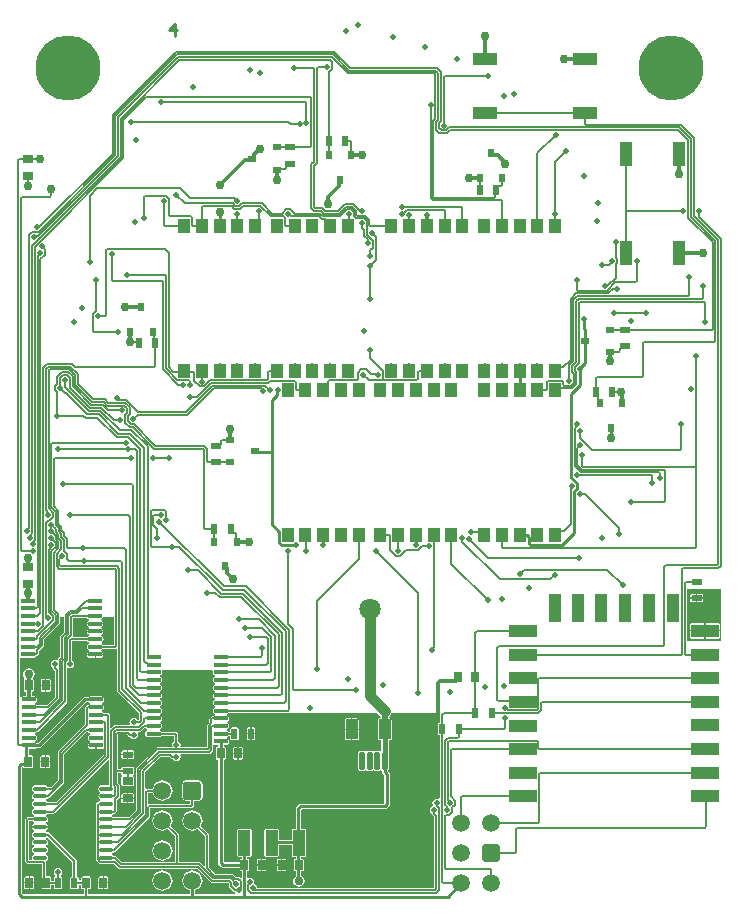
<source format=gbr>
%TF.GenerationSoftware,Altium Limited,Altium Designer,20.1.8 (145)*%
G04 Layer_Physical_Order=4*
G04 Layer_Color=3649023*
%FSLAX44Y44*%
%MOMM*%
%TF.SameCoordinates,136F3CA4-168E-489F-BF15-BD865E51D291*%
%TF.FilePolarity,Positive*%
%TF.FileFunction,Copper,L4,Bot,Signal*%
%TF.Part,Single*%
G01*
G75*
%TA.AperFunction,Conductor*%
%ADD10C,0.1270*%
%ADD11C,0.2540*%
%ADD12C,0.1524*%
%ADD47C,0.3048*%
%ADD48C,0.2032*%
%TA.AperFunction,NonConductor*%
%ADD49C,0.2540*%
%TA.AperFunction,ViaPad*%
%ADD50C,5.5000*%
%TA.AperFunction,ComponentPad*%
%ADD51C,0.5600*%
%ADD52O,2.2000X1.1000*%
%ADD53O,1.9000X1.1000*%
G04:AMPARAMS|DCode=54|XSize=1.5mm|YSize=1.5mm|CornerRadius=0.1875mm|HoleSize=0mm|Usage=FLASHONLY|Rotation=270.000|XOffset=0mm|YOffset=0mm|HoleType=Round|Shape=RoundedRectangle|*
%AMROUNDEDRECTD54*
21,1,1.5000,1.1250,0,0,270.0*
21,1,1.1250,1.5000,0,0,270.0*
1,1,0.3750,-0.5625,-0.5625*
1,1,0.3750,-0.5625,0.5625*
1,1,0.3750,0.5625,0.5625*
1,1,0.3750,0.5625,-0.5625*
%
%ADD54ROUNDEDRECTD54*%
%ADD55C,1.5000*%
G04:AMPARAMS|DCode=56|XSize=1.5mm|YSize=1.5mm|CornerRadius=0.15mm|HoleSize=0mm|Usage=FLASHONLY|Rotation=180.000|XOffset=0mm|YOffset=0mm|HoleType=Round|Shape=RoundedRectangle|*
%AMROUNDEDRECTD56*
21,1,1.5000,1.2000,0,0,180.0*
21,1,1.2000,1.5000,0,0,180.0*
1,1,0.3000,-0.6000,0.6000*
1,1,0.3000,0.6000,0.6000*
1,1,0.3000,0.6000,-0.6000*
1,1,0.3000,-0.6000,-0.6000*
%
%ADD56ROUNDEDRECTD56*%
%TA.AperFunction,ViaPad*%
%ADD57C,0.7600*%
%ADD58C,0.4600*%
%ADD59C,1.8000*%
%TA.AperFunction,SMDPad,CuDef*%
G04:AMPARAMS|DCode=61|XSize=2.1mm|YSize=1mm|CornerRadius=0.05mm|HoleSize=0mm|Usage=FLASHONLY|Rotation=90.000|XOffset=0mm|YOffset=0mm|HoleType=Round|Shape=RoundedRectangle|*
%AMROUNDEDRECTD61*
21,1,2.1000,0.9000,0,0,90.0*
21,1,2.0000,1.0000,0,0,90.0*
1,1,0.1000,0.4500,1.0000*
1,1,0.1000,0.4500,-1.0000*
1,1,0.1000,-0.4500,-1.0000*
1,1,0.1000,-0.4500,1.0000*
%
%ADD61ROUNDEDRECTD61*%
G04:AMPARAMS|DCode=62|XSize=2.1mm|YSize=1mm|CornerRadius=0.05mm|HoleSize=0mm|Usage=FLASHONLY|Rotation=180.000|XOffset=0mm|YOffset=0mm|HoleType=Round|Shape=RoundedRectangle|*
%AMROUNDEDRECTD62*
21,1,2.1000,0.9000,0,0,180.0*
21,1,2.0000,1.0000,0,0,180.0*
1,1,0.1000,-1.0000,0.4500*
1,1,0.1000,1.0000,0.4500*
1,1,0.1000,1.0000,-0.4500*
1,1,0.1000,-1.0000,-0.4500*
%
%ADD62ROUNDEDRECTD62*%
G04:AMPARAMS|DCode=63|XSize=1mm|YSize=1.25mm|CornerRadius=0.005mm|HoleSize=0mm|Usage=FLASHONLY|Rotation=180.000|XOffset=0mm|YOffset=0mm|HoleType=Round|Shape=RoundedRectangle|*
%AMROUNDEDRECTD63*
21,1,1.0000,1.2400,0,0,180.0*
21,1,0.9900,1.2500,0,0,180.0*
1,1,0.0100,-0.4950,0.6200*
1,1,0.0100,0.4950,0.6200*
1,1,0.0100,0.4950,-0.6200*
1,1,0.0100,-0.4950,-0.6200*
%
%ADD63ROUNDEDRECTD63*%
G04:AMPARAMS|DCode=64|XSize=0.85mm|YSize=0.6mm|CornerRadius=0.003mm|HoleSize=0mm|Usage=FLASHONLY|Rotation=0.000|XOffset=0mm|YOffset=0mm|HoleType=Round|Shape=RoundedRectangle|*
%AMROUNDEDRECTD64*
21,1,0.8500,0.5940,0,0,0.0*
21,1,0.8440,0.6000,0,0,0.0*
1,1,0.0060,0.4220,-0.2970*
1,1,0.0060,-0.4220,-0.2970*
1,1,0.0060,-0.4220,0.2970*
1,1,0.0060,0.4220,0.2970*
%
%ADD64ROUNDEDRECTD64*%
G04:AMPARAMS|DCode=65|XSize=0.85mm|YSize=0.6mm|CornerRadius=0.003mm|HoleSize=0mm|Usage=FLASHONLY|Rotation=270.000|XOffset=0mm|YOffset=0mm|HoleType=Round|Shape=RoundedRectangle|*
%AMROUNDEDRECTD65*
21,1,0.8500,0.5940,0,0,270.0*
21,1,0.8440,0.6000,0,0,270.0*
1,1,0.0060,-0.2970,-0.4220*
1,1,0.0060,-0.2970,0.4220*
1,1,0.0060,0.2970,0.4220*
1,1,0.0060,0.2970,-0.4220*
%
%ADD65ROUNDEDRECTD65*%
%ADD66O,1.2000X0.4000*%
G04:AMPARAMS|DCode=67|XSize=3.355mm|YSize=4.12mm|CornerRadius=0.2852mm|HoleSize=0mm|Usage=FLASHONLY|Rotation=0.000|XOffset=0mm|YOffset=0mm|HoleType=Round|Shape=RoundedRectangle|*
%AMROUNDEDRECTD67*
21,1,3.3550,3.5497,0,0,0.0*
21,1,2.7847,4.1200,0,0,0.0*
1,1,0.5704,1.3923,-1.7748*
1,1,0.5704,-1.3923,-1.7748*
1,1,0.5704,-1.3923,1.7748*
1,1,0.5704,1.3923,1.7748*
%
%ADD67ROUNDEDRECTD67*%
%ADD68O,1.1500X0.4000*%
G04:AMPARAMS|DCode=69|XSize=1.65mm|YSize=0.95mm|CornerRadius=0.0048mm|HoleSize=0mm|Usage=FLASHONLY|Rotation=270.000|XOffset=0mm|YOffset=0mm|HoleType=Round|Shape=RoundedRectangle|*
%AMROUNDEDRECTD69*
21,1,1.6500,0.9405,0,0,270.0*
21,1,1.6405,0.9500,0,0,270.0*
1,1,0.0095,-0.4703,-0.8203*
1,1,0.0095,-0.4703,0.8203*
1,1,0.0095,0.4703,0.8203*
1,1,0.0095,0.4703,-0.8203*
%
%ADD69ROUNDEDRECTD69*%
G04:AMPARAMS|DCode=70|XSize=1mm|YSize=2.15mm|CornerRadius=0.005mm|HoleSize=0mm|Usage=FLASHONLY|Rotation=0.000|XOffset=0mm|YOffset=0mm|HoleType=Round|Shape=RoundedRectangle|*
%AMROUNDEDRECTD70*
21,1,1.0000,2.1400,0,0,0.0*
21,1,0.9900,2.1500,0,0,0.0*
1,1,0.0100,0.4950,-1.0700*
1,1,0.0100,-0.4950,-1.0700*
1,1,0.0100,-0.4950,1.0700*
1,1,0.0100,0.4950,1.0700*
%
%ADD70ROUNDEDRECTD70*%
G04:AMPARAMS|DCode=71|XSize=3.25mm|YSize=2.15mm|CornerRadius=0.0108mm|HoleSize=0mm|Usage=FLASHONLY|Rotation=0.000|XOffset=0mm|YOffset=0mm|HoleType=Round|Shape=RoundedRectangle|*
%AMROUNDEDRECTD71*
21,1,3.2500,2.1285,0,0,0.0*
21,1,3.2285,2.1500,0,0,0.0*
1,1,0.0215,1.6143,-1.0642*
1,1,0.0215,-1.6143,-1.0642*
1,1,0.0215,-1.6143,1.0642*
1,1,0.0215,1.6143,1.0642*
%
%ADD71ROUNDEDRECTD71*%
G04:AMPARAMS|DCode=72|XSize=0.55mm|YSize=0.7mm|CornerRadius=0.0028mm|HoleSize=0mm|Usage=FLASHONLY|Rotation=0.000|XOffset=0mm|YOffset=0mm|HoleType=Round|Shape=RoundedRectangle|*
%AMROUNDEDRECTD72*
21,1,0.5500,0.6945,0,0,0.0*
21,1,0.5445,0.7000,0,0,0.0*
1,1,0.0055,0.2723,-0.3473*
1,1,0.0055,-0.2723,-0.3473*
1,1,0.0055,-0.2723,0.3473*
1,1,0.0055,0.2723,0.3473*
%
%ADD72ROUNDEDRECTD72*%
G04:AMPARAMS|DCode=73|XSize=0.55mm|YSize=0.7mm|CornerRadius=0.0028mm|HoleSize=0mm|Usage=FLASHONLY|Rotation=90.000|XOffset=0mm|YOffset=0mm|HoleType=Round|Shape=RoundedRectangle|*
%AMROUNDEDRECTD73*
21,1,0.5500,0.6945,0,0,90.0*
21,1,0.5445,0.7000,0,0,90.0*
1,1,0.0055,0.3473,0.2723*
1,1,0.0055,0.3473,-0.2723*
1,1,0.0055,-0.3473,-0.2723*
1,1,0.0055,-0.3473,0.2723*
%
%ADD73ROUNDEDRECTD73*%
G04:AMPARAMS|DCode=74|XSize=1.1mm|YSize=2.3mm|CornerRadius=0.0055mm|HoleSize=0mm|Usage=FLASHONLY|Rotation=270.000|XOffset=0mm|YOffset=0mm|HoleType=Round|Shape=RoundedRectangle|*
%AMROUNDEDRECTD74*
21,1,1.1000,2.2890,0,0,270.0*
21,1,1.0890,2.3000,0,0,270.0*
1,1,0.0110,-1.1445,-0.5445*
1,1,0.0110,-1.1445,0.5445*
1,1,0.0110,1.1445,0.5445*
1,1,0.0110,1.1445,-0.5445*
%
%ADD74ROUNDEDRECTD74*%
G04:AMPARAMS|DCode=75|XSize=1.1mm|YSize=2.3mm|CornerRadius=0.0055mm|HoleSize=0mm|Usage=FLASHONLY|Rotation=180.000|XOffset=0mm|YOffset=0mm|HoleType=Round|Shape=RoundedRectangle|*
%AMROUNDEDRECTD75*
21,1,1.1000,2.2890,0,0,180.0*
21,1,1.0890,2.3000,0,0,180.0*
1,1,0.0110,-0.5445,1.1445*
1,1,0.0110,0.5445,1.1445*
1,1,0.0110,0.5445,-1.1445*
1,1,0.0110,-0.5445,-1.1445*
%
%ADD75ROUNDEDRECTD75*%
G04:AMPARAMS|DCode=76|XSize=0.45mm|YSize=1.5mm|CornerRadius=0.1125mm|HoleSize=0mm|Usage=FLASHONLY|Rotation=180.000|XOffset=0mm|YOffset=0mm|HoleType=Round|Shape=RoundedRectangle|*
%AMROUNDEDRECTD76*
21,1,0.4500,1.2750,0,0,180.0*
21,1,0.2250,1.5000,0,0,180.0*
1,1,0.2250,-0.1125,0.6375*
1,1,0.2250,0.1125,0.6375*
1,1,0.2250,0.1125,-0.6375*
1,1,0.2250,-0.1125,-0.6375*
%
%ADD76ROUNDEDRECTD76*%
G04:AMPARAMS|DCode=77|XSize=0.85mm|YSize=0.5mm|CornerRadius=0.0025mm|HoleSize=0mm|Usage=FLASHONLY|Rotation=270.000|XOffset=0mm|YOffset=0mm|HoleType=Round|Shape=RoundedRectangle|*
%AMROUNDEDRECTD77*
21,1,0.8500,0.4950,0,0,270.0*
21,1,0.8450,0.5000,0,0,270.0*
1,1,0.0050,-0.2475,-0.4225*
1,1,0.0050,-0.2475,0.4225*
1,1,0.0050,0.2475,0.4225*
1,1,0.0050,0.2475,-0.4225*
%
%ADD77ROUNDEDRECTD77*%
G04:AMPARAMS|DCode=78|XSize=0.85mm|YSize=0.5mm|CornerRadius=0.0025mm|HoleSize=0mm|Usage=FLASHONLY|Rotation=180.000|XOffset=0mm|YOffset=0mm|HoleType=Round|Shape=RoundedRectangle|*
%AMROUNDEDRECTD78*
21,1,0.8500,0.4950,0,0,180.0*
21,1,0.8450,0.5000,0,0,180.0*
1,1,0.0050,-0.4225,0.2475*
1,1,0.0050,0.4225,0.2475*
1,1,0.0050,0.4225,-0.2475*
1,1,0.0050,-0.4225,-0.2475*
%
%ADD78ROUNDEDRECTD78*%
%TA.AperFunction,Conductor*%
%ADD79C,0.1778*%
%ADD80C,0.4064*%
%ADD81C,0.9144*%
%ADD82C,0.5080*%
G36*
X-215969Y-209698D02*
Y-233447D01*
X-225821D01*
X-226150Y-232956D01*
X-226915Y-232444D01*
X-226987Y-232142D01*
Y-231618D01*
X-226915Y-231315D01*
X-226150Y-230804D01*
X-225483Y-229807D01*
X-225249Y-228630D01*
X-225483Y-227453D01*
X-226150Y-226456D01*
X-226915Y-225944D01*
X-226987Y-225642D01*
Y-225118D01*
X-226915Y-224816D01*
X-226150Y-224304D01*
X-225483Y-223307D01*
X-225350Y-222638D01*
X-232325D01*
X-239298D01*
X-239165Y-223307D01*
X-238498Y-224304D01*
X-237733Y-224816D01*
X-237661Y-225118D01*
Y-225642D01*
X-237733Y-225944D01*
X-238498Y-226456D01*
X-238827Y-226947D01*
X-250566D01*
X-251023Y-226323D01*
X-251177Y-225931D01*
X-251077Y-225430D01*
Y-210813D01*
X-238827D01*
X-238498Y-211304D01*
X-237733Y-211816D01*
X-237661Y-212118D01*
Y-212642D01*
X-237733Y-212945D01*
X-238498Y-213456D01*
X-239165Y-214453D01*
X-239298Y-215122D01*
X-232325D01*
X-225350D01*
X-225483Y-214453D01*
X-226150Y-213456D01*
X-226915Y-212945D01*
X-226987Y-212642D01*
Y-212118D01*
X-226915Y-211816D01*
X-226150Y-211304D01*
X-225483Y-210307D01*
X-225362Y-209698D01*
X-215969Y-209698D01*
D02*
G37*
G36*
X297961Y-230692D02*
X268756Y-230693D01*
Y-186182D01*
X297961Y-186182D01*
Y-230692D01*
D02*
G37*
G36*
X-259016Y-209698D02*
Y-222839D01*
X-261674Y-225497D01*
X-262039Y-226043D01*
X-262167Y-226687D01*
Y-243684D01*
X-263523Y-245040D01*
X-263888Y-245586D01*
X-263983Y-246066D01*
X-264882Y-246687D01*
X-265102Y-246540D01*
X-266467Y-246269D01*
X-267833Y-246540D01*
X-268991Y-247314D01*
X-269764Y-248472D01*
X-270036Y-249837D01*
X-269764Y-251203D01*
X-268991Y-252360D01*
X-268151Y-252922D01*
Y-253079D01*
X-268023Y-253723D01*
X-267658Y-254269D01*
X-266302Y-255625D01*
Y-278009D01*
X-272878Y-284586D01*
X-282059D01*
X-282388Y-284095D01*
X-283153Y-283584D01*
X-283225Y-283281D01*
Y-282757D01*
X-283153Y-282455D01*
X-282388Y-281944D01*
X-281721Y-280946D01*
X-281487Y-279769D01*
X-281721Y-278592D01*
X-282388Y-277595D01*
X-283385Y-276928D01*
X-284562Y-276694D01*
X-285972D01*
Y-273114D01*
X-285592D01*
X-284792Y-272783D01*
X-284460Y-271982D01*
Y-263542D01*
X-284792Y-262742D01*
X-284849Y-262555D01*
X-284958Y-261573D01*
X-284025Y-260177D01*
X-283652Y-258298D01*
X-284025Y-256419D01*
X-285090Y-254826D01*
X-286683Y-253762D01*
X-288562Y-253388D01*
X-290441Y-253762D01*
X-292034Y-254826D01*
X-293099Y-256419D01*
X-293472Y-258298D01*
X-293099Y-260177D01*
X-292166Y-261573D01*
X-292275Y-262555D01*
X-292333Y-262742D01*
X-292664Y-263542D01*
Y-271982D01*
X-292333Y-272783D01*
X-291532Y-273114D01*
X-291152D01*
Y-276694D01*
X-292562D01*
X-293739Y-276928D01*
X-294666Y-277547D01*
X-295031Y-277466D01*
X-295682Y-277181D01*
Y-244904D01*
X-294666Y-244361D01*
X-294501Y-244471D01*
X-293324Y-244705D01*
X-285324D01*
X-284147Y-244471D01*
X-283150Y-243804D01*
X-282822Y-243313D01*
X-282458D01*
X-281813Y-243185D01*
X-281267Y-242820D01*
X-280369Y-241922D01*
X-280004Y-241376D01*
X-279876Y-240732D01*
Y-238732D01*
X-275823Y-234680D01*
X-275458Y-234133D01*
X-275330Y-233489D01*
Y-228940D01*
X-262381Y-215991D01*
X-262017Y-215445D01*
X-261888Y-214801D01*
Y-209698D01*
X-259016D01*
D02*
G37*
G36*
X-238498Y-230804D02*
X-237733Y-231315D01*
X-237661Y-231618D01*
Y-232142D01*
X-237733Y-232444D01*
X-238498Y-232956D01*
X-239165Y-233953D01*
X-239399Y-235130D01*
X-239165Y-236307D01*
X-238498Y-237304D01*
X-237733Y-237816D01*
X-237661Y-238118D01*
Y-238642D01*
X-237733Y-238944D01*
X-238498Y-239456D01*
X-239165Y-240453D01*
X-239298Y-241122D01*
X-232325D01*
X-225350D01*
X-225483Y-240453D01*
X-226150Y-239456D01*
X-226915Y-238944D01*
X-226987Y-238642D01*
Y-238118D01*
X-226915Y-237816D01*
X-226150Y-237304D01*
X-225821Y-236813D01*
X-215184D01*
X-214699Y-236717D01*
X-214177Y-236961D01*
X-213683Y-237335D01*
Y-272264D01*
X-213555Y-272908D01*
X-213190Y-273454D01*
X-195083Y-291561D01*
Y-297330D01*
X-195154Y-297400D01*
X-196639D01*
X-197200Y-296560D01*
X-198358Y-295787D01*
X-199724Y-295515D01*
X-201089Y-295787D01*
X-202247Y-296560D01*
X-203020Y-297718D01*
X-203292Y-299084D01*
X-203020Y-300449D01*
X-202882Y-300657D01*
X-203361Y-301553D01*
X-215444D01*
X-216088Y-301681D01*
X-216634Y-302046D01*
X-218684Y-304096D01*
X-219623Y-303708D01*
Y-293513D01*
X-219751Y-292869D01*
X-220116Y-292323D01*
X-220860Y-291579D01*
X-221406Y-291214D01*
X-222050Y-291086D01*
X-225060D01*
X-225388Y-290595D01*
X-226153Y-290084D01*
X-226225Y-289781D01*
Y-289257D01*
X-226153Y-288955D01*
X-225388Y-288444D01*
X-224721Y-287446D01*
X-224487Y-286269D01*
X-224721Y-285092D01*
X-225388Y-284095D01*
X-226153Y-283584D01*
X-226225Y-283281D01*
Y-282757D01*
X-226153Y-282455D01*
X-225388Y-281944D01*
X-224721Y-280946D01*
X-224487Y-279769D01*
X-224721Y-278592D01*
X-225388Y-277595D01*
X-226385Y-276928D01*
X-227562Y-276694D01*
X-235562D01*
X-236739Y-276928D01*
X-237502Y-277438D01*
X-240526D01*
X-241418Y-277616D01*
X-242174Y-278121D01*
X-280492Y-316438D01*
X-282622D01*
X-283153Y-316084D01*
X-283225Y-315781D01*
Y-315257D01*
X-283153Y-314955D01*
X-282388Y-314444D01*
X-281721Y-313446D01*
X-281487Y-312269D01*
X-281721Y-311092D01*
X-282388Y-310095D01*
X-283153Y-309584D01*
X-283225Y-309281D01*
Y-308757D01*
X-283153Y-308455D01*
X-282388Y-307944D01*
X-282059Y-307453D01*
X-281982D01*
X-281338Y-307324D01*
X-280792Y-306959D01*
X-256570Y-282738D01*
X-256205Y-282192D01*
X-256077Y-281547D01*
Y-253486D01*
X-255181Y-253007D01*
X-254991Y-253134D01*
X-253626Y-253406D01*
X-252260Y-253134D01*
X-251102Y-252360D01*
X-250329Y-251203D01*
X-250057Y-249837D01*
X-250329Y-248472D01*
X-251102Y-247314D01*
X-251942Y-246752D01*
Y-230313D01*
X-238827D01*
X-238498Y-230804D01*
D02*
G37*
G36*
X-189056Y-304483D02*
X-188291Y-304994D01*
X-188218Y-305297D01*
Y-305821D01*
X-188291Y-306123D01*
X-189056Y-306634D01*
X-189722Y-307632D01*
X-189956Y-308809D01*
X-189722Y-309985D01*
X-189056Y-310983D01*
X-188058Y-311650D01*
X-186881Y-311884D01*
X-178881D01*
X-177704Y-311650D01*
X-176707Y-310983D01*
X-176379Y-310492D01*
X-165295D01*
Y-314927D01*
X-166135Y-315488D01*
X-166909Y-316646D01*
X-167180Y-318012D01*
X-166909Y-319377D01*
X-166782Y-319567D01*
X-167261Y-320463D01*
X-179623D01*
X-180267Y-320591D01*
X-180813Y-320956D01*
X-197525Y-337669D01*
X-197890Y-338215D01*
X-198018Y-338859D01*
Y-373754D01*
X-203811Y-379547D01*
X-216641D01*
X-216969Y-379056D01*
X-217734Y-378545D01*
X-217807Y-378243D01*
Y-377719D01*
X-217734Y-377416D01*
X-216969Y-376905D01*
X-216641Y-376414D01*
X-216186D01*
X-215542Y-376286D01*
X-214996Y-375921D01*
X-214303Y-375227D01*
X-213938Y-374681D01*
X-213810Y-374037D01*
Y-364841D01*
X-212017Y-363049D01*
X-211652Y-362502D01*
X-211523Y-361858D01*
Y-352771D01*
X-211652Y-352127D01*
X-212017Y-351581D01*
X-212765Y-350833D01*
Y-342188D01*
X-210084D01*
Y-342980D01*
X-209754Y-343777D01*
X-209516Y-343875D01*
Y-344975D01*
X-209753Y-345073D01*
X-210085Y-345873D01*
Y-351814D01*
X-209753Y-352614D01*
X-208952Y-352946D01*
X-200512D01*
X-199712Y-352614D01*
X-199380Y-351814D01*
Y-345873D01*
X-199712Y-345073D01*
X-199948Y-344975D01*
Y-343875D01*
X-199711Y-343777D01*
X-199381Y-342980D01*
Y-338030D01*
X-199711Y-337233D01*
X-200507Y-336903D01*
X-208957D01*
X-209754Y-337233D01*
X-210084Y-338030D01*
Y-338822D01*
X-212765D01*
Y-309492D01*
X-205470D01*
X-204114Y-310848D01*
X-203568Y-311213D01*
X-202924Y-311341D01*
X-202808D01*
X-202247Y-312181D01*
X-201089Y-312955D01*
X-199724Y-313226D01*
X-198358Y-312955D01*
X-197200Y-312181D01*
X-196427Y-311023D01*
X-196155Y-309658D01*
X-196427Y-308292D01*
X-196554Y-308102D01*
X-196075Y-307206D01*
X-194430D01*
X-193785Y-307078D01*
X-193239Y-306713D01*
X-190504Y-303978D01*
X-189393D01*
X-189056Y-304483D01*
D02*
G37*
G36*
X-132673Y-255558D02*
X-132722Y-255632D01*
X-132956Y-256809D01*
X-132722Y-257985D01*
X-132056Y-258983D01*
X-131291Y-259494D01*
X-131218Y-259797D01*
Y-260320D01*
X-131291Y-260623D01*
X-132056Y-261134D01*
X-132722Y-262132D01*
X-132956Y-263309D01*
X-132722Y-264485D01*
X-132056Y-265483D01*
X-131291Y-265994D01*
X-131218Y-266297D01*
Y-266821D01*
X-131291Y-267123D01*
X-132056Y-267634D01*
X-132722Y-268632D01*
X-132956Y-269809D01*
X-132722Y-270985D01*
X-132056Y-271983D01*
X-131291Y-272494D01*
X-131218Y-272797D01*
Y-273321D01*
X-131291Y-273623D01*
X-132056Y-274134D01*
X-132722Y-275132D01*
X-132956Y-276309D01*
X-132722Y-277485D01*
X-132056Y-278483D01*
X-131291Y-278994D01*
X-131218Y-279297D01*
Y-279820D01*
X-131291Y-280123D01*
X-132056Y-280634D01*
X-132722Y-281632D01*
X-132956Y-282809D01*
X-132722Y-283985D01*
X-132056Y-284983D01*
X-131291Y-285494D01*
X-131218Y-285797D01*
Y-286320D01*
X-131291Y-286623D01*
X-132056Y-287134D01*
X-132722Y-288132D01*
X-132956Y-289309D01*
X-132722Y-290485D01*
X-132056Y-291483D01*
X-131291Y-291994D01*
X-131218Y-292297D01*
Y-292820D01*
X-131291Y-293123D01*
X-132056Y-293634D01*
X-132384Y-294125D01*
X-133184D01*
X-133828Y-294253D01*
X-134374Y-294618D01*
X-135272Y-295516D01*
X-135637Y-296063D01*
X-135765Y-296707D01*
Y-299358D01*
X-137476Y-301070D01*
X-137841Y-301616D01*
X-137969Y-302260D01*
Y-320463D01*
X-159963D01*
X-160442Y-319567D01*
X-160315Y-319377D01*
X-160043Y-318012D01*
X-160315Y-316646D01*
X-161088Y-315488D01*
X-161928Y-314927D01*
Y-309707D01*
X-162057Y-309062D01*
X-162421Y-308516D01*
X-163319Y-307618D01*
X-163866Y-307253D01*
X-164510Y-307125D01*
X-176379D01*
X-176707Y-306634D01*
X-177472Y-306123D01*
X-177544Y-305821D01*
Y-305297D01*
X-177472Y-304994D01*
X-176707Y-304483D01*
X-176040Y-303485D01*
X-175806Y-302309D01*
X-176040Y-301132D01*
X-176707Y-300134D01*
X-177472Y-299623D01*
X-177544Y-299321D01*
Y-298797D01*
X-177472Y-298494D01*
X-176707Y-297983D01*
X-176040Y-296985D01*
X-175806Y-295809D01*
X-176040Y-294632D01*
X-176707Y-293634D01*
X-177472Y-293123D01*
X-177544Y-292820D01*
Y-292297D01*
X-177472Y-291994D01*
X-176707Y-291483D01*
X-176040Y-290485D01*
X-175806Y-289309D01*
X-176040Y-288132D01*
X-176707Y-287134D01*
X-177472Y-286623D01*
X-177544Y-286320D01*
Y-285797D01*
X-177472Y-285494D01*
X-176707Y-284983D01*
X-176040Y-283985D01*
X-175806Y-282809D01*
X-176040Y-281632D01*
X-176707Y-280634D01*
X-177472Y-280123D01*
X-177544Y-279820D01*
Y-279297D01*
X-177472Y-278994D01*
X-176707Y-278483D01*
X-176040Y-277485D01*
X-175806Y-276309D01*
X-176040Y-275132D01*
X-176707Y-274134D01*
X-177472Y-273623D01*
X-177544Y-273321D01*
Y-272797D01*
X-177472Y-272494D01*
X-176707Y-271983D01*
X-176040Y-270985D01*
X-175806Y-269809D01*
X-176040Y-268632D01*
X-176707Y-267634D01*
X-177472Y-267123D01*
X-177544Y-266821D01*
Y-266297D01*
X-177472Y-265994D01*
X-176707Y-265483D01*
X-176040Y-264485D01*
X-175806Y-263309D01*
X-176040Y-262132D01*
X-176707Y-261134D01*
X-177472Y-260623D01*
X-177544Y-260320D01*
Y-259797D01*
X-177472Y-259494D01*
X-176707Y-258983D01*
X-176040Y-257985D01*
X-175806Y-256809D01*
X-176040Y-255632D01*
X-176090Y-255558D01*
X-175547Y-254542D01*
X-133216D01*
X-132673Y-255558D01*
D02*
G37*
G36*
X59330Y-292354D02*
X59247Y-292775D01*
X59247Y-292775D01*
Y-299448D01*
X58843D01*
X58047Y-299778D01*
X57717Y-300575D01*
Y-309025D01*
X58047Y-309822D01*
X58843Y-310152D01*
X59247D01*
Y-363630D01*
X58351Y-364109D01*
X58168Y-363987D01*
X56803Y-363715D01*
X55437Y-363987D01*
X54279Y-364761D01*
X53506Y-365918D01*
X53234Y-367284D01*
X53506Y-368650D01*
X53846Y-369159D01*
X53379Y-370288D01*
X53151Y-370334D01*
X51993Y-371107D01*
X51220Y-372265D01*
X50948Y-373630D01*
X51220Y-374996D01*
X51993Y-376154D01*
X52833Y-376715D01*
Y-376790D01*
X52961Y-377435D01*
X53326Y-377981D01*
X54682Y-379337D01*
Y-439828D01*
X54670Y-439840D01*
X-95211D01*
X-95347Y-439674D01*
X-95618Y-438308D01*
X-96392Y-437151D01*
X-97550Y-436377D01*
X-97821Y-435287D01*
X-97633Y-434344D01*
X-97905Y-432978D01*
X-98678Y-431820D01*
X-99836Y-431047D01*
X-101201Y-430775D01*
X-102567Y-431047D01*
X-102745Y-431165D01*
X-103641Y-430686D01*
Y-425266D01*
X-103001D01*
X-102201Y-424935D01*
X-101869Y-424134D01*
Y-415694D01*
X-102201Y-414893D01*
X-103001Y-414562D01*
X-103641D01*
Y-412791D01*
X-101021D01*
X-100205Y-412453D01*
X-99868Y-411637D01*
Y-390237D01*
X-100205Y-389421D01*
X-101021Y-389083D01*
X-110921D01*
X-111737Y-389421D01*
X-112075Y-390237D01*
Y-411637D01*
X-111737Y-412453D01*
X-110921Y-412791D01*
X-108302D01*
Y-414562D01*
X-108941D01*
X-109742Y-414893D01*
X-110074Y-415694D01*
Y-417583D01*
X-123120D01*
X-123550Y-417152D01*
Y-330845D01*
X-122911D01*
X-122111Y-330513D01*
X-121779Y-329712D01*
Y-321272D01*
X-122111Y-320472D01*
X-122911Y-320140D01*
X-123550D01*
Y-318384D01*
X-121881D01*
X-120704Y-318150D01*
X-119707Y-317483D01*
X-119040Y-316485D01*
X-118806Y-315309D01*
X-119040Y-314132D01*
X-119707Y-313134D01*
X-120472Y-312623D01*
X-120544Y-312320D01*
Y-311797D01*
X-120472Y-311494D01*
X-119707Y-310983D01*
X-119379Y-310492D01*
X-117978D01*
Y-313034D01*
X-117648Y-313830D01*
X-116852Y-314160D01*
X-111902D01*
X-111105Y-313830D01*
X-110775Y-313034D01*
Y-304584D01*
X-111105Y-303787D01*
X-111902Y-303457D01*
X-116852D01*
X-117648Y-303787D01*
X-117978Y-304584D01*
Y-307125D01*
X-119379D01*
X-119707Y-306634D01*
X-120472Y-306123D01*
X-120544Y-305821D01*
Y-305297D01*
X-120472Y-304994D01*
X-119707Y-304483D01*
X-119040Y-303485D01*
X-118806Y-302309D01*
X-119040Y-301132D01*
X-119707Y-300134D01*
X-120472Y-299623D01*
X-120544Y-299321D01*
Y-298797D01*
X-120472Y-298494D01*
X-119707Y-297983D01*
X-119040Y-296985D01*
X-118806Y-295809D01*
X-119040Y-294632D01*
X-119707Y-293634D01*
X-120472Y-293123D01*
X-120544Y-292820D01*
Y-292297D01*
X-120472Y-291994D01*
X-119707Y-291483D01*
X-119638Y-291380D01*
X-69327D01*
X-69327Y-291380D01*
X-69113Y-291338D01*
X6281D01*
X8971Y-294029D01*
X9374Y-294298D01*
Y-295646D01*
X8298D01*
X7484Y-295984D01*
X7146Y-296798D01*
Y-313202D01*
X7484Y-314016D01*
X8298Y-314354D01*
X9892D01*
Y-323186D01*
X9812Y-323257D01*
X8876Y-323636D01*
X8460Y-323358D01*
X7625Y-323192D01*
X5375D01*
X4540Y-323358D01*
X3832Y-323831D01*
X2668D01*
X1960Y-323358D01*
X1125Y-323192D01*
X-1125D01*
X-1960Y-323358D01*
X-2668Y-323831D01*
X-3832D01*
X-4540Y-323358D01*
X-5375Y-323192D01*
X-7625D01*
X-8460Y-323358D01*
X-9169Y-323831D01*
X-9642Y-324540D01*
X-9808Y-325375D01*
Y-338125D01*
X-9642Y-338960D01*
X-9169Y-339669D01*
X-8460Y-340142D01*
X-7625Y-340308D01*
X-5375D01*
X-4540Y-340142D01*
X-3832Y-339669D01*
X-2668D01*
X-1960Y-340142D01*
X-1125Y-340308D01*
X1125D01*
X1960Y-340142D01*
X2668Y-339669D01*
X3832D01*
X4540Y-340142D01*
X5375Y-340308D01*
X7625D01*
X8460Y-340142D01*
X9168Y-339669D01*
X9747D01*
X10669Y-340545D01*
Y-341331D01*
X10847Y-342223D01*
X11352Y-342979D01*
X12413Y-344040D01*
Y-367570D01*
X11982Y-368001D01*
X-58475D01*
X-59367Y-368179D01*
X-60124Y-368684D01*
X-61919Y-370480D01*
X-62425Y-371236D01*
X-62602Y-372128D01*
Y-389083D01*
X-64921D01*
X-65737Y-389421D01*
X-66075Y-390237D01*
Y-398555D01*
X-76868D01*
Y-390237D01*
X-77206Y-389421D01*
X-78021Y-389083D01*
X-87921D01*
X-88737Y-389421D01*
X-89075Y-390237D01*
Y-411637D01*
X-88737Y-412453D01*
X-87921Y-412791D01*
X-78021D01*
X-77206Y-412453D01*
X-76868Y-411637D01*
Y-403217D01*
X-66075D01*
Y-411637D01*
X-65737Y-412453D01*
X-64921Y-412791D01*
X-62602D01*
Y-414562D01*
X-62941D01*
X-63742Y-414893D01*
X-64074Y-415694D01*
Y-424134D01*
X-63742Y-424935D01*
X-62941Y-425266D01*
X-62602D01*
Y-429346D01*
X-63444Y-429908D01*
X-64508Y-431501D01*
X-64882Y-433380D01*
X-64508Y-435259D01*
X-63444Y-436852D01*
X-61851Y-437916D01*
X-59971Y-438290D01*
X-58092Y-437916D01*
X-56499Y-436852D01*
X-55435Y-435259D01*
X-55061Y-433380D01*
X-55435Y-431501D01*
X-56499Y-429908D01*
X-57941Y-428945D01*
Y-425266D01*
X-57001D01*
X-56201Y-424935D01*
X-55869Y-424134D01*
Y-415694D01*
X-56201Y-414893D01*
X-57001Y-414562D01*
X-57941D01*
Y-412791D01*
X-55021D01*
X-54205Y-412453D01*
X-53868Y-411637D01*
Y-390237D01*
X-54205Y-389421D01*
X-55021Y-389083D01*
X-57941D01*
Y-373093D01*
X-57510Y-372663D01*
X12947D01*
X13839Y-372485D01*
X14595Y-371980D01*
X16392Y-370184D01*
X16897Y-369428D01*
X17074Y-368536D01*
Y-343074D01*
X16897Y-342182D01*
X16392Y-341426D01*
X15736Y-340771D01*
X15668Y-339669D01*
X16142Y-338960D01*
X16308Y-338125D01*
Y-325375D01*
X16142Y-324540D01*
X16108Y-324489D01*
Y-314354D01*
X17702D01*
X18516Y-314016D01*
X18854Y-313202D01*
Y-296798D01*
X18516Y-295984D01*
X17702Y-295646D01*
X16626D01*
Y-294298D01*
X17029Y-294029D01*
X18264Y-292180D01*
X18431Y-291338D01*
X58706D01*
X59330Y-292354D01*
D02*
G37*
G36*
X-131058Y-318150D02*
X-129881Y-318384D01*
X-128212D01*
Y-320140D01*
X-128851D01*
X-129652Y-320472D01*
X-129983Y-321272D01*
Y-329712D01*
X-129652Y-330513D01*
X-128851Y-330845D01*
X-128212D01*
Y-418118D01*
X-128034Y-419010D01*
X-127529Y-419766D01*
X-125733Y-421562D01*
X-124977Y-422067D01*
X-124085Y-422245D01*
X-110074D01*
Y-424134D01*
X-109742Y-424935D01*
X-108941Y-425266D01*
X-108302D01*
Y-430822D01*
X-109241Y-431211D01*
X-110124Y-430327D01*
X-110670Y-429963D01*
X-111315Y-429834D01*
X-113232D01*
X-115309Y-427758D01*
X-115855Y-427393D01*
X-116499Y-427265D01*
X-130877D01*
X-136090Y-422052D01*
Y-394629D01*
X-136218Y-393985D01*
X-136583Y-393439D01*
X-142916Y-387106D01*
X-142585Y-386674D01*
X-141727Y-384603D01*
X-141434Y-382380D01*
X-141727Y-380157D01*
X-142585Y-378085D01*
X-143950Y-376306D01*
X-145729Y-374941D01*
X-147800Y-374083D01*
X-150023Y-373790D01*
X-152247Y-374083D01*
X-154318Y-374941D01*
X-156097Y-376306D01*
X-157462Y-378085D01*
X-158320Y-380157D01*
X-158613Y-382380D01*
X-158320Y-384603D01*
X-157462Y-386674D01*
X-156097Y-388453D01*
X-154318Y-389818D01*
X-152247Y-390676D01*
X-150023Y-390969D01*
X-147800Y-390676D01*
X-145729Y-389818D01*
X-145297Y-389487D01*
X-139457Y-395327D01*
Y-420590D01*
X-140396Y-420979D01*
X-143445Y-417930D01*
X-143991Y-417565D01*
X-144635Y-417437D01*
X-161415D01*
Y-394705D01*
X-161543Y-394061D01*
X-161908Y-393515D01*
X-168316Y-387106D01*
X-167985Y-386674D01*
X-167127Y-384603D01*
X-166834Y-382380D01*
X-167127Y-380157D01*
X-167985Y-378085D01*
X-169350Y-376306D01*
X-171129Y-374941D01*
X-173200Y-374083D01*
X-175424Y-373790D01*
X-177647Y-374083D01*
X-179718Y-374941D01*
X-181497Y-376306D01*
X-182862Y-378085D01*
X-183720Y-380157D01*
X-184013Y-382380D01*
X-183720Y-384603D01*
X-182862Y-386674D01*
X-181497Y-388453D01*
X-179718Y-389818D01*
X-177647Y-390676D01*
X-175424Y-390969D01*
X-173200Y-390676D01*
X-171129Y-389818D01*
X-170697Y-389487D01*
X-164781Y-395402D01*
Y-417437D01*
X-209806D01*
X-214702Y-412540D01*
X-215249Y-412175D01*
X-215893Y-412047D01*
X-216641D01*
X-216969Y-411556D01*
X-217734Y-411045D01*
X-217807Y-410743D01*
Y-410219D01*
X-217734Y-409916D01*
X-216969Y-409405D01*
X-216641Y-408914D01*
X-216182D01*
X-215538Y-408786D01*
X-214992Y-408421D01*
X-186001Y-379430D01*
X-185636Y-378883D01*
X-185508Y-378239D01*
Y-371683D01*
X-150921D01*
X-150277Y-371555D01*
X-149731Y-371190D01*
X-148833Y-370292D01*
X-148468Y-369746D01*
X-148340Y-369102D01*
Y-365552D01*
X-144398D01*
X-143271Y-365328D01*
X-142314Y-364689D01*
X-141675Y-363733D01*
X-141451Y-362605D01*
Y-351355D01*
X-141675Y-350227D01*
X-142314Y-349270D01*
X-143271Y-348631D01*
X-144398Y-348407D01*
X-155648D01*
X-156777Y-348631D01*
X-157733Y-349270D01*
X-158372Y-350227D01*
X-158596Y-351355D01*
Y-362605D01*
X-158372Y-363733D01*
X-157733Y-364689D01*
X-156777Y-365328D01*
X-155648Y-365552D01*
X-151707D01*
Y-368317D01*
X-186293D01*
X-186778Y-368413D01*
X-187300Y-368169D01*
X-187794Y-367795D01*
Y-358663D01*
X-183791D01*
X-183720Y-359203D01*
X-182862Y-361274D01*
X-181497Y-363053D01*
X-179718Y-364418D01*
X-177647Y-365276D01*
X-175424Y-365569D01*
X-173200Y-365276D01*
X-171129Y-364418D01*
X-169350Y-363053D01*
X-167985Y-361274D01*
X-167127Y-359203D01*
X-166834Y-356980D01*
X-167127Y-354757D01*
X-167985Y-352685D01*
X-169350Y-350906D01*
X-171129Y-349541D01*
X-173200Y-348683D01*
X-175424Y-348390D01*
X-177647Y-348683D01*
X-179718Y-349541D01*
X-181497Y-350906D01*
X-182862Y-352685D01*
X-183720Y-354757D01*
X-183791Y-355296D01*
X-188579D01*
X-189064Y-355393D01*
X-189586Y-355149D01*
X-190080Y-354775D01*
Y-341450D01*
X-177032Y-328402D01*
X-169712D01*
X-168356Y-329758D01*
X-167810Y-330123D01*
X-167166Y-330251D01*
X-166696D01*
X-166135Y-331091D01*
X-164977Y-331865D01*
X-163612Y-332136D01*
X-162246Y-331865D01*
X-161088Y-331091D01*
X-160315Y-329933D01*
X-160043Y-328568D01*
X-160315Y-327202D01*
X-160442Y-327012D01*
X-159963Y-326116D01*
X-136237D01*
X-135593Y-325988D01*
X-135047Y-325623D01*
X-132810Y-323386D01*
X-132445Y-322840D01*
X-132317Y-322196D01*
Y-318531D01*
X-131301Y-317987D01*
X-131058Y-318150D01*
D02*
G37*
G36*
X-236971Y-282455D02*
X-236899Y-282757D01*
Y-283281D01*
X-236971Y-283584D01*
X-237736Y-284095D01*
X-238065Y-284586D01*
X-238672D01*
X-239316Y-284714D01*
X-239862Y-285079D01*
X-240606Y-285823D01*
X-240971Y-286369D01*
X-241099Y-287013D01*
Y-301124D01*
X-263476Y-323502D01*
X-263841Y-324048D01*
X-263969Y-324692D01*
Y-347923D01*
X-269594Y-353547D01*
X-272641D01*
X-272969Y-353056D01*
X-273967Y-352390D01*
X-275144Y-352156D01*
X-282644D01*
X-283821Y-352390D01*
X-284818Y-353056D01*
X-285485Y-354054D01*
X-285719Y-355231D01*
X-285485Y-356408D01*
X-284818Y-357405D01*
X-284053Y-357916D01*
X-283981Y-358219D01*
Y-358743D01*
X-284053Y-359045D01*
X-284818Y-359556D01*
X-285485Y-360554D01*
X-285719Y-361731D01*
X-285485Y-362907D01*
X-284818Y-363905D01*
X-284053Y-364416D01*
X-283981Y-364719D01*
Y-365243D01*
X-284053Y-365545D01*
X-284818Y-366056D01*
X-285485Y-367054D01*
X-285719Y-368231D01*
X-285485Y-369408D01*
X-284818Y-370405D01*
X-284053Y-370916D01*
X-283981Y-371219D01*
Y-371743D01*
X-284053Y-372045D01*
X-284818Y-372556D01*
X-285485Y-373554D01*
X-285719Y-374731D01*
X-285485Y-375908D01*
X-284818Y-376905D01*
X-284053Y-377416D01*
X-283981Y-377719D01*
Y-378243D01*
X-284053Y-378545D01*
X-284818Y-379056D01*
X-285146Y-379547D01*
X-289029D01*
X-289673Y-379675D01*
X-290219Y-380040D01*
X-291001Y-380822D01*
X-291366Y-381368D01*
X-291494Y-382013D01*
Y-416638D01*
X-291366Y-417282D01*
X-291001Y-417828D01*
X-290257Y-418572D01*
X-289711Y-418937D01*
X-289067Y-419065D01*
X-277599D01*
Y-430599D01*
X-277683Y-430801D01*
Y-439241D01*
X-277352Y-440042D01*
X-276551Y-440373D01*
X-270611D01*
X-269811Y-440042D01*
X-269479Y-439241D01*
Y-436704D01*
X-267481D01*
Y-439246D01*
X-267151Y-440043D01*
X-266354Y-440373D01*
X-261404D01*
X-260607Y-440043D01*
X-260277Y-439246D01*
Y-430796D01*
X-260607Y-429999D01*
X-261343Y-429695D01*
X-261458Y-429407D01*
X-261613Y-428653D01*
X-261356Y-428481D01*
X-260582Y-427324D01*
X-260311Y-425958D01*
X-260582Y-424592D01*
X-261356Y-423435D01*
X-262514Y-422661D01*
X-263879Y-422389D01*
X-265245Y-422661D01*
X-266402Y-423435D01*
X-267176Y-424592D01*
X-267448Y-425958D01*
X-267176Y-427324D01*
X-266402Y-428481D01*
X-266145Y-428653D01*
X-266300Y-429407D01*
X-266415Y-429695D01*
X-267151Y-429999D01*
X-267481Y-430796D01*
Y-433338D01*
X-269479D01*
Y-430801D01*
X-269811Y-430000D01*
X-270611Y-429669D01*
X-274233D01*
Y-418126D01*
X-274361Y-417481D01*
X-274146Y-416985D01*
X-273815Y-416470D01*
X-272969Y-415905D01*
X-272303Y-414907D01*
X-272069Y-413731D01*
X-272303Y-412554D01*
X-272969Y-411556D01*
X-273734Y-411045D01*
X-273807Y-410743D01*
Y-410219D01*
X-273734Y-409916D01*
X-272969Y-409405D01*
X-272303Y-408408D01*
X-272069Y-407231D01*
X-272303Y-406054D01*
X-272969Y-405056D01*
X-273734Y-404545D01*
X-273807Y-404243D01*
Y-403719D01*
X-273734Y-403416D01*
X-272969Y-402905D01*
X-272303Y-401908D01*
X-272069Y-400731D01*
X-272303Y-399554D01*
X-272969Y-398556D01*
X-273734Y-398045D01*
X-273807Y-397743D01*
Y-397219D01*
X-273740Y-396941D01*
X-272853Y-396485D01*
X-272136Y-396977D01*
X-251951Y-417162D01*
Y-429669D01*
X-252354D01*
X-253151Y-429999D01*
X-253481Y-430796D01*
Y-439246D01*
X-253151Y-440043D01*
X-252354Y-440373D01*
X-247404D01*
X-246607Y-440043D01*
X-246277Y-439246D01*
Y-437093D01*
X-244172D01*
Y-439241D01*
X-243840Y-440042D01*
X-243040Y-440373D01*
X-242141D01*
Y-444399D01*
X-293471D01*
X-294399Y-443471D01*
Y-337245D01*
X-294277Y-337123D01*
X-293038D01*
X-292841Y-337598D01*
X-292040Y-337930D01*
X-286100D01*
X-285299Y-337598D01*
X-284968Y-336798D01*
Y-328358D01*
X-285299Y-327557D01*
X-286100Y-327225D01*
X-288243D01*
Y-321844D01*
X-284562D01*
X-283385Y-321610D01*
X-282622Y-321100D01*
X-279526D01*
X-278634Y-320923D01*
X-277878Y-320417D01*
X-239561Y-282100D01*
X-237502D01*
X-236971Y-282455D01*
D02*
G37*
G36*
X-237736Y-307944D02*
X-236971Y-308455D01*
X-236899Y-308757D01*
Y-309281D01*
X-236971Y-309584D01*
X-237736Y-310095D01*
X-238403Y-311092D01*
X-238637Y-312269D01*
X-238403Y-313446D01*
X-237736Y-314444D01*
X-236971Y-314955D01*
X-236899Y-315257D01*
Y-315781D01*
X-236971Y-316084D01*
X-237736Y-316595D01*
X-238403Y-317592D01*
X-238536Y-318261D01*
X-231562D01*
Y-318769D01*
X-231054D01*
Y-321844D01*
X-227562D01*
X-226385Y-321610D01*
X-226292Y-321548D01*
X-225276Y-322091D01*
Y-326664D01*
X-265159Y-366547D01*
X-272641D01*
X-272969Y-366056D01*
X-273734Y-365545D01*
X-273807Y-365243D01*
Y-364719D01*
X-273734Y-364416D01*
X-272969Y-363905D01*
X-272641Y-363414D01*
X-272164D01*
X-271520Y-363286D01*
X-270974Y-362921D01*
X-258810Y-350757D01*
X-258445Y-350211D01*
X-258317Y-349567D01*
Y-326336D01*
X-239433Y-307453D01*
X-238065D01*
X-237736Y-307944D01*
D02*
G37*
G36*
X-220704Y-331413D02*
Y-352156D01*
X-226644D01*
X-227821Y-352390D01*
X-228818Y-353056D01*
X-229485Y-354054D01*
X-229719Y-355231D01*
X-229485Y-356408D01*
X-228818Y-357405D01*
X-228053Y-357916D01*
X-227981Y-358219D01*
Y-358743D01*
X-228053Y-359045D01*
X-228818Y-359556D01*
X-229485Y-360554D01*
X-229719Y-361731D01*
X-229485Y-362907D01*
X-228818Y-363905D01*
X-228053Y-364416D01*
X-227981Y-364719D01*
Y-365243D01*
X-228053Y-365545D01*
X-228818Y-366056D01*
X-229146Y-366547D01*
X-229475D01*
X-230120Y-366675D01*
X-230666Y-367040D01*
X-231485Y-367860D01*
X-231850Y-368406D01*
X-231978Y-369050D01*
Y-415243D01*
X-231850Y-415887D01*
X-231485Y-416433D01*
X-229347Y-418572D01*
X-228800Y-418937D01*
X-228156Y-419065D01*
X-216172D01*
X-212640Y-422597D01*
X-212094Y-422962D01*
X-211450Y-423090D01*
X-146279D01*
X-134658Y-434711D01*
X-134112Y-435075D01*
X-133468Y-435204D01*
X-119371D01*
X-118846Y-435728D01*
Y-437988D01*
X-118718Y-438632D01*
X-118353Y-439178D01*
X-114888Y-442642D01*
X-114342Y-443007D01*
X-114240Y-443383D01*
X-115001Y-444399D01*
X-147669D01*
Y-441422D01*
X-145729Y-440618D01*
X-143950Y-439253D01*
X-142585Y-437474D01*
X-141727Y-435403D01*
X-141434Y-433180D01*
X-141727Y-430956D01*
X-142585Y-428885D01*
X-143950Y-427106D01*
X-145729Y-425741D01*
X-147800Y-424883D01*
X-150023Y-424590D01*
X-152247Y-424883D01*
X-154318Y-425741D01*
X-156097Y-427106D01*
X-157462Y-428885D01*
X-158320Y-430956D01*
X-158613Y-433180D01*
X-158320Y-435403D01*
X-157462Y-437474D01*
X-156097Y-439253D01*
X-154318Y-440618D01*
X-152331Y-441441D01*
Y-444399D01*
X-237998D01*
Y-440373D01*
X-237100D01*
X-236299Y-440042D01*
X-235968Y-439241D01*
Y-430801D01*
X-236299Y-430000D01*
X-237100Y-429669D01*
X-243040D01*
X-243840Y-430000D01*
X-244172Y-430801D01*
Y-432949D01*
X-246277D01*
Y-430796D01*
X-246607Y-429999D01*
X-247404Y-429669D01*
X-247807D01*
Y-416303D01*
X-247807Y-416303D01*
X-247965Y-415511D01*
X-248414Y-414838D01*
X-248414Y-414838D01*
X-270487Y-392766D01*
X-271159Y-392317D01*
X-271952Y-392159D01*
X-271952Y-392159D01*
X-272901D01*
X-272969Y-392056D01*
X-273734Y-391545D01*
X-273807Y-391243D01*
Y-390719D01*
X-273734Y-390416D01*
X-272969Y-389905D01*
X-272303Y-388908D01*
X-272170Y-388239D01*
X-278893D01*
X-285618D01*
X-285485Y-388908D01*
X-284818Y-389905D01*
X-284053Y-390416D01*
X-283981Y-390719D01*
Y-391243D01*
X-284053Y-391545D01*
X-284818Y-392056D01*
X-285485Y-393054D01*
X-285719Y-394231D01*
X-285485Y-395407D01*
X-284818Y-396405D01*
X-284053Y-396916D01*
X-283981Y-397219D01*
Y-397743D01*
X-284053Y-398045D01*
X-284818Y-398556D01*
X-285485Y-399554D01*
X-285719Y-400731D01*
X-285485Y-401908D01*
X-284818Y-402905D01*
X-284053Y-403416D01*
X-283981Y-403719D01*
Y-404243D01*
X-284053Y-404545D01*
X-284818Y-405056D01*
X-285485Y-406054D01*
X-285719Y-407231D01*
X-285485Y-408408D01*
X-284818Y-409405D01*
X-284053Y-409916D01*
X-283981Y-410219D01*
Y-410743D01*
X-284053Y-411045D01*
X-284818Y-411556D01*
X-285485Y-412554D01*
X-285719Y-413731D01*
X-285530Y-414682D01*
X-286085Y-415698D01*
X-288127D01*
Y-382914D01*
X-285146D01*
X-284818Y-383405D01*
X-284053Y-383916D01*
X-283981Y-384219D01*
Y-384743D01*
X-284053Y-385045D01*
X-284818Y-385556D01*
X-285485Y-386554D01*
X-285618Y-387223D01*
X-278893D01*
X-272170D01*
X-272303Y-386554D01*
X-272969Y-385556D01*
X-273734Y-385045D01*
X-273807Y-384743D01*
Y-384219D01*
X-273734Y-383916D01*
X-272969Y-383405D01*
X-272303Y-382407D01*
X-272069Y-381231D01*
X-272303Y-380054D01*
X-272969Y-379056D01*
X-273734Y-378545D01*
X-273807Y-378243D01*
Y-377719D01*
X-273734Y-377416D01*
X-272969Y-376905D01*
X-272641Y-376414D01*
X-267729D01*
X-267085Y-376286D01*
X-266539Y-375921D01*
X-221642Y-331024D01*
X-220704Y-331413D01*
D02*
G37*
%LPC*%
G36*
X-225350Y-216138D02*
X-232325D01*
X-239298D01*
X-239165Y-216807D01*
X-238498Y-217804D01*
X-237733Y-218316D01*
X-237661Y-218618D01*
Y-219142D01*
X-237733Y-219445D01*
X-238498Y-219956D01*
X-239165Y-220953D01*
X-239298Y-221622D01*
X-232325D01*
X-225350D01*
X-225483Y-220953D01*
X-226150Y-219956D01*
X-226915Y-219445D01*
X-226987Y-219142D01*
Y-218618D01*
X-226915Y-218316D01*
X-226150Y-217804D01*
X-225483Y-216807D01*
X-225350Y-216138D01*
D02*
G37*
G36*
X281085Y-190398D02*
X277368D01*
Y-193492D01*
X282212D01*
Y-191525D01*
X281882Y-190728D01*
X281085Y-190398D01*
D02*
G37*
G36*
X276352D02*
X272635D01*
X271838Y-190728D01*
X271508Y-191525D01*
Y-193492D01*
X276352D01*
Y-190398D01*
D02*
G37*
G36*
X282212Y-194508D02*
X277368D01*
Y-197602D01*
X281085D01*
X281882Y-197272D01*
X282212Y-196475D01*
Y-194508D01*
D02*
G37*
G36*
X276352D02*
X271508D01*
Y-196475D01*
X271838Y-197272D01*
X272635Y-197602D01*
X276352D01*
Y-194508D01*
D02*
G37*
G36*
X295449Y-215171D02*
X284513D01*
Y-221268D01*
X296609D01*
Y-216331D01*
X296269Y-215511D01*
X295449Y-215171D01*
D02*
G37*
G36*
X283497D02*
X272559D01*
X271740Y-215511D01*
X271400Y-216331D01*
Y-221268D01*
X283497D01*
Y-215171D01*
D02*
G37*
G36*
X296609Y-222284D02*
X284513D01*
Y-228380D01*
X295449D01*
X296269Y-228040D01*
X296609Y-227221D01*
Y-222284D01*
D02*
G37*
G36*
X283497D02*
X271400D01*
Y-227221D01*
X271740Y-228040D01*
X272559Y-228380D01*
X283497D01*
Y-222284D01*
D02*
G37*
G36*
X-271092Y-262410D02*
X-273554D01*
Y-267253D01*
X-269960D01*
Y-263542D01*
X-270292Y-262742D01*
X-271092Y-262410D01*
D02*
G37*
G36*
X-274570D02*
X-277032D01*
X-277833Y-262742D01*
X-278164Y-263542D01*
Y-267253D01*
X-274570D01*
Y-262410D01*
D02*
G37*
G36*
X-269960Y-268270D02*
X-273554D01*
Y-273114D01*
X-271092D01*
X-270292Y-272783D01*
X-269960Y-271982D01*
Y-268270D01*
D02*
G37*
G36*
X-274570D02*
X-278164D01*
Y-271982D01*
X-277833Y-272783D01*
X-277032Y-273114D01*
X-274570D01*
Y-268270D01*
D02*
G37*
G36*
X-225350Y-242138D02*
X-231817D01*
Y-244705D01*
X-228324D01*
X-227147Y-244471D01*
X-226150Y-243804D01*
X-225483Y-242807D01*
X-225350Y-242138D01*
D02*
G37*
G36*
X-232833D02*
X-239298D01*
X-239165Y-242807D01*
X-238498Y-243804D01*
X-237501Y-244471D01*
X-236324Y-244705D01*
X-232833D01*
Y-242138D01*
D02*
G37*
G36*
X-200507Y-322903D02*
X-204224D01*
Y-325998D01*
X-199381D01*
Y-324030D01*
X-199711Y-323233D01*
X-200507Y-322903D01*
D02*
G37*
G36*
X-205240D02*
X-208957D01*
X-209754Y-323233D01*
X-210084Y-324030D01*
Y-325998D01*
X-205240D01*
Y-322903D01*
D02*
G37*
G36*
X-199381Y-327014D02*
X-204224D01*
Y-330107D01*
X-200507D01*
X-199711Y-329777D01*
X-199381Y-328980D01*
Y-327014D01*
D02*
G37*
G36*
X-205240D02*
X-210084D01*
Y-328980D01*
X-209754Y-329777D01*
X-208957Y-330107D01*
X-205240D01*
Y-327014D01*
D02*
G37*
G36*
X-200512Y-359241D02*
X-204224D01*
Y-362836D01*
X-199380D01*
Y-360373D01*
X-199712Y-359573D01*
X-200512Y-359241D01*
D02*
G37*
G36*
X-205240D02*
X-208952D01*
X-209753Y-359573D01*
X-210085Y-360373D01*
Y-362836D01*
X-205240D01*
Y-359241D01*
D02*
G37*
G36*
X-199380Y-363852D02*
X-204224D01*
Y-367446D01*
X-200512D01*
X-199712Y-367114D01*
X-199380Y-366314D01*
Y-363852D01*
D02*
G37*
G36*
X-205240D02*
X-210085D01*
Y-366314D01*
X-209753Y-367114D01*
X-208952Y-367446D01*
X-205240D01*
Y-363852D01*
D02*
G37*
G36*
X-10297Y-295646D02*
X-14492D01*
Y-304492D01*
X-9146D01*
Y-296798D01*
X-9484Y-295984D01*
X-10297Y-295646D01*
D02*
G37*
G36*
X-15508D02*
X-19703D01*
X-20517Y-295984D01*
X-20854Y-296798D01*
Y-304492D01*
X-15508D01*
Y-295646D01*
D02*
G37*
G36*
X-97902Y-303457D02*
X-99869D01*
Y-308300D01*
X-96775D01*
Y-304584D01*
X-97105Y-303787D01*
X-97902Y-303457D01*
D02*
G37*
G36*
X-100885D02*
X-102852D01*
X-103648Y-303787D01*
X-103978Y-304584D01*
Y-308300D01*
X-100885D01*
Y-303457D01*
D02*
G37*
G36*
X-96775Y-309316D02*
X-99869D01*
Y-314160D01*
X-97902D01*
X-97105Y-313830D01*
X-96775Y-313034D01*
Y-309316D01*
D02*
G37*
G36*
X-100885D02*
X-103978D01*
Y-313034D01*
X-103648Y-313830D01*
X-102852Y-314160D01*
X-100885D01*
Y-309316D01*
D02*
G37*
G36*
X-9146Y-305508D02*
X-14492D01*
Y-314354D01*
X-10297D01*
X-9484Y-314016D01*
X-9146Y-313202D01*
Y-305508D01*
D02*
G37*
G36*
X-15508D02*
X-20854D01*
Y-313202D01*
X-20517Y-314016D01*
X-19703Y-314354D01*
X-15508D01*
Y-305508D01*
D02*
G37*
G36*
X-108411Y-320140D02*
X-110873D01*
Y-324985D01*
X-107279D01*
Y-321272D01*
X-107611Y-320472D01*
X-108411Y-320140D01*
D02*
G37*
G36*
X-111889D02*
X-114351D01*
X-115152Y-320472D01*
X-115483Y-321272D01*
Y-324985D01*
X-111889D01*
Y-320140D01*
D02*
G37*
G36*
X-107279Y-326001D02*
X-110873D01*
Y-330845D01*
X-108411D01*
X-107611Y-330513D01*
X-107279Y-329712D01*
Y-326001D01*
D02*
G37*
G36*
X-111889D02*
X-115483D01*
Y-329712D01*
X-115152Y-330513D01*
X-114351Y-330845D01*
X-111889D01*
Y-326001D01*
D02*
G37*
G36*
X-88501Y-414562D02*
X-90964D01*
Y-419406D01*
X-87369D01*
Y-415694D01*
X-87701Y-414893D01*
X-88501Y-414562D01*
D02*
G37*
G36*
X-71501D02*
X-73963D01*
Y-419406D01*
X-70369D01*
Y-415694D01*
X-70701Y-414893D01*
X-71501Y-414562D01*
D02*
G37*
G36*
X-74979D02*
X-77441D01*
X-78242Y-414893D01*
X-78574Y-415694D01*
Y-419406D01*
X-74979D01*
Y-414562D01*
D02*
G37*
G36*
X-91980D02*
X-94441D01*
X-95242Y-414893D01*
X-95574Y-415694D01*
Y-419406D01*
X-91980D01*
Y-414562D01*
D02*
G37*
G36*
X-70369Y-420422D02*
X-73963D01*
Y-425266D01*
X-71501D01*
X-70701Y-424935D01*
X-70369Y-424134D01*
Y-420422D01*
D02*
G37*
G36*
X-74979D02*
X-78574D01*
Y-424134D01*
X-78242Y-424935D01*
X-77441Y-425266D01*
X-74979D01*
Y-420422D01*
D02*
G37*
G36*
X-87369D02*
X-90964D01*
Y-425266D01*
X-88501D01*
X-87701Y-424935D01*
X-87369Y-424134D01*
Y-420422D01*
D02*
G37*
G36*
X-91980D02*
X-95574D01*
Y-424134D01*
X-95242Y-424935D01*
X-94441Y-425266D01*
X-91980D01*
Y-420422D01*
D02*
G37*
G36*
X-175424Y-399190D02*
X-177647Y-399483D01*
X-179718Y-400341D01*
X-181497Y-401706D01*
X-182862Y-403485D01*
X-183720Y-405556D01*
X-184013Y-407780D01*
X-183720Y-410003D01*
X-182862Y-412074D01*
X-181497Y-413853D01*
X-179718Y-415218D01*
X-177647Y-416076D01*
X-175424Y-416369D01*
X-173200Y-416076D01*
X-171129Y-415218D01*
X-169350Y-413853D01*
X-167985Y-412074D01*
X-167127Y-410003D01*
X-166834Y-407780D01*
X-167127Y-405556D01*
X-167985Y-403485D01*
X-169350Y-401706D01*
X-171129Y-400341D01*
X-173200Y-399483D01*
X-175424Y-399190D01*
D02*
G37*
G36*
X-271600Y-327225D02*
X-274062D01*
Y-332070D01*
X-270468D01*
Y-328358D01*
X-270800Y-327557D01*
X-271600Y-327225D01*
D02*
G37*
G36*
X-275078D02*
X-277540D01*
X-278341Y-327557D01*
X-278672Y-328358D01*
Y-332070D01*
X-275078D01*
Y-327225D01*
D02*
G37*
G36*
X-270468Y-333086D02*
X-274062D01*
Y-337930D01*
X-271600D01*
X-270800Y-337598D01*
X-270468Y-336798D01*
Y-333086D01*
D02*
G37*
G36*
X-275078D02*
X-278672D01*
Y-336798D01*
X-278341Y-337598D01*
X-277540Y-337930D01*
X-275078D01*
Y-333086D01*
D02*
G37*
G36*
X-285111Y-429669D02*
X-287572D01*
Y-434513D01*
X-283979D01*
Y-430801D01*
X-284310Y-430000D01*
X-285111Y-429669D01*
D02*
G37*
G36*
X-288588D02*
X-291051D01*
X-291852Y-430000D01*
X-292183Y-430801D01*
Y-434513D01*
X-288588D01*
Y-429669D01*
D02*
G37*
G36*
X-283979Y-435529D02*
X-287572D01*
Y-440373D01*
X-285111D01*
X-284310Y-440042D01*
X-283979Y-439241D01*
Y-435529D01*
D02*
G37*
G36*
X-288588D02*
X-292183D01*
Y-439241D01*
X-291852Y-440042D01*
X-291051Y-440373D01*
X-288588D01*
Y-435529D01*
D02*
G37*
G36*
X-232070Y-319277D02*
X-238536D01*
X-238403Y-319946D01*
X-237736Y-320944D01*
X-236739Y-321610D01*
X-235562Y-321844D01*
X-232070D01*
Y-319277D01*
D02*
G37*
G36*
X-222600Y-429669D02*
X-225062D01*
Y-434513D01*
X-221467D01*
Y-430801D01*
X-221799Y-430000D01*
X-222600Y-429669D01*
D02*
G37*
G36*
X-226078D02*
X-228540D01*
X-229340Y-430000D01*
X-229672Y-430801D01*
Y-434513D01*
X-226078D01*
Y-429669D01*
D02*
G37*
G36*
X-221467Y-435529D02*
X-225062D01*
Y-440373D01*
X-222600D01*
X-221799Y-440042D01*
X-221467Y-439241D01*
Y-435529D01*
D02*
G37*
G36*
X-226078D02*
X-229672D01*
Y-439241D01*
X-229340Y-440042D01*
X-228540Y-440373D01*
X-226078D01*
Y-435529D01*
D02*
G37*
G36*
X-175424Y-424590D02*
X-177647Y-424883D01*
X-179718Y-425741D01*
X-181497Y-427106D01*
X-182862Y-428885D01*
X-183720Y-430956D01*
X-184013Y-433180D01*
X-183720Y-435403D01*
X-182862Y-437474D01*
X-181497Y-439253D01*
X-179718Y-440618D01*
X-177647Y-441476D01*
X-175424Y-441769D01*
X-173200Y-441476D01*
X-171129Y-440618D01*
X-169350Y-439253D01*
X-167985Y-437474D01*
X-167127Y-435403D01*
X-166834Y-433180D01*
X-167127Y-430956D01*
X-167985Y-428885D01*
X-169350Y-427106D01*
X-171129Y-425741D01*
X-173200Y-424883D01*
X-175424Y-424590D01*
D02*
G37*
%LPD*%
D10*
X205907Y67984D02*
X209232D01*
X175050Y63945D02*
X201868D01*
X205907Y67984D01*
X208252Y76794D02*
Y88499D01*
X202144Y70686D02*
X208252Y76794D01*
X199209Y70366D02*
X199529Y70686D01*
X202144D01*
X226001Y74243D02*
Y91310D01*
X225103Y73345D02*
X226001Y74243D01*
X208036Y73345D02*
X225103D01*
X200921Y66231D02*
X208036Y73345D01*
X208252Y94329D02*
X209454Y93127D01*
Y89701D02*
Y93127D01*
X208252Y88499D02*
X209454Y89701D01*
X208252Y94329D02*
Y107257D01*
X269870Y127710D02*
X290507Y107073D01*
Y34080D02*
Y107073D01*
X269870Y127710D02*
Y193853D01*
X272156Y128657D02*
Y194799D01*
Y128657D02*
X292793Y108020D01*
Y23638D02*
Y108020D01*
X274442Y129603D02*
Y195746D01*
X263286Y206903D02*
X274442Y195746D01*
Y129603D02*
X295079Y108966D01*
Y-165472D02*
Y108966D01*
X297365Y-166419D02*
Y109913D01*
X278577Y128701D02*
Y133858D01*
Y128701D02*
X297365Y109913D01*
X278577Y133858D02*
X278577Y133858D01*
X181994Y207801D02*
X182892Y206903D01*
X181994Y207801D02*
Y217058D01*
X182892Y206903D02*
X263286D01*
X181935Y217117D02*
X181994Y217058D01*
X97994D02*
X98053Y217117D01*
X181935D01*
X217068Y133858D02*
Y181990D01*
Y97990D02*
Y133858D01*
X283712Y39873D02*
Y56189D01*
X217068Y133858D02*
X265735D01*
X261392Y202330D02*
X269870Y193853D01*
X67978Y202330D02*
X261392D01*
X67031Y204617D02*
X262339D01*
X272156Y194799D01*
X269938Y61659D02*
X270835Y62557D01*
Y77661D01*
X232269Y22740D02*
X291895D01*
X292793Y23638D01*
X-196530Y23104D02*
X-195322Y21896D01*
X-202637Y23104D02*
X-196530D01*
X-182356Y22929D02*
X-181322Y21896D01*
X-182356Y22929D02*
Y30273D01*
X-183636Y31554D02*
X-182356Y30273D01*
X-182220Y1642D02*
X-181322Y2540D01*
Y21896D01*
X-249710Y1642D02*
X-182220D01*
X191624Y-19464D02*
Y-7558D01*
X192522Y-6660D01*
X230473D01*
X231371Y-5762D02*
Y21842D01*
X230473Y-6660D02*
X231371Y-5762D01*
X191624Y-19464D02*
X193358Y-21199D01*
Y-27419D02*
Y-21199D01*
Y-27419D02*
X195092Y-29153D01*
X205624Y-19464D02*
X212631D01*
X99878Y-196021D02*
Y-196021D01*
X-163492Y147209D02*
X-156604Y140321D01*
X-205042Y79736D02*
X-173626D01*
X110117Y-177726D02*
X153100D01*
X51626Y145014D02*
Y223618D01*
X53912Y210089D02*
X55761Y211938D01*
X53912Y145961D02*
Y210089D01*
X56198Y209142D02*
X58047Y210991D01*
X56198Y202574D02*
Y209142D01*
X58484Y208195D02*
X60333Y210044D01*
X58484Y204339D02*
Y208195D01*
Y204339D02*
X60907Y201917D01*
X62619Y206052D02*
Y247124D01*
X60907Y201917D02*
X64332D01*
X67031Y204617D01*
X59141Y199631D02*
X65279D01*
X67978Y202330D01*
X-179609Y-142867D02*
Y-135605D01*
X-190822Y127503D02*
Y145438D01*
X-174045Y122218D02*
Y142200D01*
Y122218D02*
X-173147Y121320D01*
X-157000D01*
X179102Y-87626D02*
X245081D01*
X173691Y-82215D02*
Y-50489D01*
Y-82215D02*
X179102Y-87626D01*
X180112Y-82081D02*
Y-72719D01*
X181085Y-83054D02*
X276786D01*
X180112Y-82081D02*
X181085Y-83054D01*
X175977Y-81179D02*
Y-67052D01*
Y-81179D02*
X180138Y-85340D01*
X250246Y-111919D02*
Y-86238D01*
X249348Y-85340D02*
X250246Y-86238D01*
X180138Y-85340D02*
X249348D01*
X246111Y-92017D02*
Y-88656D01*
X245081Y-87626D02*
X246111Y-88656D01*
X276786Y-150879D02*
Y-83054D01*
Y10875D01*
X-288838Y177530D02*
X-279268D01*
X-296467D02*
X-288838D01*
X-152011Y-23912D02*
X-146163D01*
X-134021Y-11770D01*
X-200480Y-42725D02*
X-200480D01*
X-196364Y-38608D01*
X-154394D01*
X-132128Y-16342D01*
X-155340Y-36322D02*
X-133075Y-14056D01*
X-213984Y-24277D02*
X-211821Y-26439D01*
X-205804D01*
X-195921Y-36322D01*
X-155340D01*
X-281905Y120334D02*
X-281584Y120654D01*
X-278969D01*
X-217592Y182031D01*
X-274960Y96565D02*
Y101166D01*
X-278700Y92825D02*
X-274960Y96565D01*
X-277115Y103321D02*
X-274960Y101166D01*
X-277115Y103321D02*
Y103729D01*
X175997Y61659D02*
X269938D01*
X201209Y-169947D02*
X214244Y-182982D01*
X131074Y-169947D02*
X201209D01*
X127456Y-173591D02*
Y-173565D01*
X131074Y-169947D01*
X153100Y-177726D02*
X156744Y-174082D01*
X78504Y-146113D02*
X110117Y-177726D01*
X78504Y-146113D02*
Y-142842D01*
X100417Y-159922D02*
X177612D01*
X84234Y-143739D02*
X100417Y-159922D01*
X84234Y-143739D02*
Y-143739D01*
X25963Y-158365D02*
X30733Y-153595D01*
X40963D01*
X44488Y-150070D02*
X50115D01*
X40963Y-153595D02*
X44488Y-150070D01*
X-157000Y-2570D02*
X-149549D01*
X16927Y-153332D02*
Y-141218D01*
Y-153332D02*
X21960Y-158365D01*
X25963D01*
X54250Y-235571D02*
Y-140320D01*
X52749Y-237073D02*
X54250Y-235571D01*
X52749Y-237974D02*
Y-237073D01*
X94950Y-138270D02*
X97000Y-140320D01*
X86166Y-138270D02*
X94950D01*
X24250Y-154230D02*
Y-140320D01*
X112000D02*
Y-136888D01*
Y-150879D02*
Y-140320D01*
X-69250Y-215746D02*
Y-154230D01*
Y-215746D02*
X-65223Y-219773D01*
Y-271093D02*
Y-219773D01*
X-64325Y-271991D02*
X-11875D01*
X-65223Y-271093D02*
X-64325Y-271991D01*
X-200611Y-49146D02*
X-182341Y-67416D01*
X-140794D01*
X-181394Y-65130D02*
X-139847D01*
X-199664Y-46860D02*
X-181394Y-65130D01*
X-202193Y-46860D02*
X-199664D01*
X-203140Y-49146D02*
X-200611D01*
X-276414Y699D02*
X-272838Y4275D01*
X-252342D01*
X-276414Y-217944D02*
Y699D01*
X-274128Y-248D02*
X-271891Y1989D01*
X-253289D01*
X-274128Y-119063D02*
Y-248D01*
X-271842Y-118116D02*
Y-1195D01*
X-270944Y-297D02*
X-254236D01*
X-271842Y-1195D02*
X-270944Y-297D01*
X-252342Y4275D02*
X-249710Y1642D01*
X-246850Y-12867D02*
Y-4451D01*
Y-12867D02*
X-233883Y-25834D01*
X-253289Y1989D02*
X-246850Y-4451D01*
X-249136Y-13814D02*
X-234830Y-28120D01*
X-249136Y-13814D02*
Y-5398D01*
X-254236Y-297D02*
X-249136Y-5398D01*
X-251422Y-14761D02*
Y-6344D01*
X-255183Y-2583D02*
X-251422Y-6344D01*
X-260502Y-2583D02*
X-255183D01*
X-251422Y-14761D02*
X-235776Y-30406D01*
X-264546Y-6626D02*
X-260502Y-2583D01*
X-253708Y-15707D02*
X-236723Y-32692D01*
X-253708Y-15707D02*
Y-7291D01*
X-262260Y-7573D02*
X-259556Y-4869D01*
X-256130D02*
X-253708Y-7291D01*
X-259556Y-4869D02*
X-256130D01*
X-226061Y-30406D02*
X-221321Y-35146D01*
X-209410D01*
X-236723Y-32692D02*
X-227008D01*
X-216779Y-42922D02*
X-211036D01*
X-227008Y-32692D02*
X-216779Y-42922D01*
X-211036D02*
X-211036Y-42922D01*
X-139847Y-65130D02*
X-137610Y-67367D01*
Y-78232D02*
Y-67367D01*
X-138998Y-135362D02*
X-131494D01*
X-139896Y-134464D02*
Y-68314D01*
Y-134464D02*
X-138998Y-135362D01*
X-140794Y-67416D02*
X-139896Y-68314D01*
X-137610Y-78232D02*
X-136712Y-79130D01*
X-129713D01*
X-118380D01*
X-183044Y-132170D02*
Y-124683D01*
Y-132170D02*
X-179609Y-135605D01*
X-152127Y-13270D02*
X-152042Y-13356D01*
X-152127Y-13270D02*
Y-10421D01*
X-153327Y-9221D02*
X-152127Y-10421D01*
X-162655Y-9221D02*
X-153327D01*
X-86052Y-8586D02*
Y-2218D01*
X-134968Y-9484D02*
X-86950D01*
X-86052Y-8586D01*
Y-2218D02*
X-85154Y-1320D01*
X-78500D01*
X112898Y-151777D02*
X275889D01*
X276786Y-150879D01*
X112000D02*
X112898Y-151777D01*
X164374Y-136888D02*
X170135Y-131127D01*
X157000Y-136888D02*
X164374D01*
X-66399Y207115D02*
X-59010D01*
X-202319Y209508D02*
X-68792D01*
X-66399Y207115D01*
X-63565Y254945D02*
X-47888D01*
X-46990Y254047D01*
Y175421D02*
Y254047D01*
X-43806Y255489D02*
X-35907D01*
X-44704Y254591D02*
X-43806Y255489D01*
X-44704Y174474D02*
Y254591D01*
X203609Y33182D02*
X215883D01*
X203609Y14182D02*
X210883D01*
X214194Y19182D02*
X215883D01*
X212329Y17317D02*
X214194Y19182D01*
X212329Y15629D02*
Y17317D01*
X210883Y14182D02*
X212329Y15629D01*
X215883Y33182D02*
X289609D01*
X63500Y121320D02*
Y133445D01*
X62602Y134343D02*
X63500Y133445D01*
X31787Y134343D02*
X62602D01*
X78500Y121320D02*
Y135871D01*
X77602Y136769D02*
X78500Y135871D01*
X27662Y136769D02*
X77602D01*
X112000Y121320D02*
Y141879D01*
X51626Y145014D02*
X53863Y142777D01*
X111102D01*
X112000Y141879D01*
X27710Y130969D02*
X28414D01*
X31787Y134343D01*
X33500Y130208D02*
Y130627D01*
Y121320D02*
Y130208D01*
X-15500Y181250D02*
Y191817D01*
X-20500Y192715D02*
X-16398D01*
X-15500Y191817D01*
X231371Y21842D02*
X232269Y22740D01*
X188021Y-68836D02*
X262538D01*
X263436Y-67937D02*
Y-46451D01*
X262538Y-68836D02*
X263436Y-67937D01*
X177826Y-58641D02*
X188021Y-68836D01*
X-176387Y225765D02*
X-54309D01*
X-53411Y224867D01*
Y208629D02*
Y224867D01*
X-34500Y192715D02*
Y251048D01*
X-31772Y253776D01*
Y259646D01*
X-34500Y181250D02*
Y192715D01*
X-33849Y261723D02*
X-31772Y259646D01*
X-160989Y261723D02*
X-33849D01*
X289609Y33182D02*
X290507Y34080D01*
X105916Y150094D02*
X107403Y151581D01*
X105916Y145961D02*
Y150094D01*
X105018Y145063D02*
X105916Y145961D01*
X54810Y145063D02*
X105018D01*
X53912Y145961D02*
X54810Y145063D01*
X107403Y151581D02*
Y153172D01*
X-67462Y187673D02*
X-50174D01*
X-49276Y188571D02*
Y229002D01*
X-50174Y187673D02*
X-49276Y188571D01*
X-263879Y-435021D02*
Y-425958D01*
X56198Y202574D02*
X59141Y199631D01*
X55761Y211938D02*
Y249355D01*
X58047Y210991D02*
Y250302D01*
X60333Y210044D02*
Y251248D01*
X63517Y248022D02*
X100207D01*
X62619Y247124D02*
X63517Y248022D01*
X-16234Y254825D02*
X56757D01*
X60333Y251248D01*
X-17181Y252539D02*
X55810D01*
X58047Y250302D01*
X-18128Y250253D02*
X54863D01*
X55761Y249355D01*
X157000Y121320D02*
Y131419D01*
X-83667Y129221D02*
X-72845D01*
X-92376Y137930D02*
X-83667Y129221D01*
X-91429Y140216D02*
X-82720Y131507D01*
X-74493D01*
X-70547Y135453D01*
X-67121D01*
X-63175Y131507D01*
X-41898D01*
X-39613Y129221D01*
X-108064Y140216D02*
X-91429D01*
X-107117Y137930D02*
X-92376D01*
X-110287Y137993D02*
X-108064Y140216D01*
X-72845Y129221D02*
X-71849Y128225D01*
Y122218D02*
Y128225D01*
X-109340Y135707D02*
X-107117Y137930D01*
X-114660Y135707D02*
X-109340D01*
X-66271Y129221D02*
X-42845D01*
X-40559Y126935D01*
X-33500Y121320D02*
Y122570D01*
X-37865Y126935D02*
X-33500Y122570D01*
X-40559Y126935D02*
X-37865D01*
X-49276Y136030D02*
Y173135D01*
Y136030D02*
X-47039Y133793D01*
X-40952D01*
X-38666Y131507D01*
X-26164D01*
X-46092Y136079D02*
X-40005D01*
X-46990Y136977D02*
Y172188D01*
Y136977D02*
X-46092Y136079D01*
X-27111Y133793D02*
X-21133Y139771D01*
X-37719Y133793D02*
X-27111D01*
X-40005Y136079D02*
X-37719Y133793D01*
X-26164Y131507D02*
X-20186Y137485D01*
X-39613Y129221D02*
X-25217D01*
X-19239Y135199D01*
X-68368Y131318D02*
X-66271Y129221D01*
X-68834Y131318D02*
X-68368D01*
X-7454Y133890D02*
X-6553D01*
X-8523Y134959D02*
X-7454Y133890D01*
X-21133Y139771D02*
X-13920D01*
X-9108Y134959D01*
X-8523D01*
X-11105Y130714D02*
Y133724D01*
X-14866Y137485D02*
X-11105Y133724D01*
X-20186Y137485D02*
X-14866D01*
X-10146Y129755D02*
X-3893D01*
X-11105Y130714D02*
X-10146Y129755D01*
X-15813Y135199D02*
X-13391Y132777D01*
X-11093Y127469D02*
X-4840D01*
X-13391Y129767D02*
Y132777D01*
X-19239Y135199D02*
X-15813D01*
X-13391Y129767D02*
X-11093Y127469D01*
X-4840D02*
X-2418Y125047D01*
X163651Y-13109D02*
Y-10775D01*
X151345Y-9779D02*
X162655D01*
X163651Y-10775D01*
Y-13109D02*
X164549Y-14007D01*
X170425D01*
X-170135Y1492D02*
X-166073Y-2570D01*
X-157000D01*
X-157000Y-2570D01*
X-170135Y1492D02*
Y97940D01*
X-148651Y-9865D02*
Y-3468D01*
Y-9865D02*
X-143713Y-14803D01*
X-140287D01*
X-206901Y-45384D02*
Y-38957D01*
Y-45384D02*
X-203140Y-49146D01*
X-204615Y-44437D02*
Y-39904D01*
X-202989Y-38278D01*
X-204615Y-44437D02*
X-202193Y-46860D01*
X-183044Y-124683D02*
X-182146Y-123785D01*
X-176227D01*
X-184432Y-119650D02*
X-173216D01*
X-185330Y-149489D02*
X-184432Y-150387D01*
X-167022D01*
X-185330Y-149489D02*
Y-120548D01*
X-184432Y-119650D01*
X-234081Y31955D02*
X-233183Y31057D01*
X-213106D01*
X-234081Y31955D02*
Y46410D01*
X-231820Y48671D02*
Y75323D01*
X-234081Y46410D02*
X-231820Y48671D01*
X0Y86985D02*
X5178Y92162D01*
X0Y86985D02*
X0D01*
X5178Y92162D02*
Y111926D01*
X2892Y102822D02*
Y108364D01*
X536Y95273D02*
Y100466D01*
X2892Y102822D01*
X-46990Y172188D02*
X-44704Y174474D01*
X-49276Y173135D02*
X-46990Y175421D01*
X-183481Y-75585D02*
X-169806D01*
X-134021Y-11770D02*
X-86003D01*
X-133075Y-14056D02*
X-88137D01*
X-222313Y101345D02*
X-173540D01*
X-170135Y97940D01*
X-173626Y79736D02*
X-172421Y78531D01*
Y545D02*
Y78531D01*
Y545D02*
X-162655Y-9221D01*
X-223211Y45595D02*
Y100447D01*
X-222313Y101345D01*
X-213106Y31057D02*
X-213106Y31057D01*
X265558Y-168656D02*
X295128D01*
X297365Y-166419D01*
X250557Y-166370D02*
X294181D01*
X295079Y-165472D01*
X-3893Y129755D02*
X-132Y125994D01*
Y122218D02*
Y125994D01*
X-2418Y113673D02*
Y125047D01*
Y113673D02*
X2892Y108364D01*
X1717Y115386D02*
X5178Y111926D01*
X-4704Y112726D02*
Y117558D01*
X-6553Y119407D02*
X-4704Y117558D01*
X-6553Y119407D02*
Y123334D01*
X-1748Y107156D02*
X-1243Y106651D01*
X-1748Y107156D02*
Y109771D01*
X-4704Y112726D02*
X-1748Y109771D01*
X-112000Y121320D02*
Y131572D01*
X-97000Y121320D02*
X-93816Y124504D01*
Y133522D01*
X-116883Y137930D02*
X-114660Y135707D01*
X-141102Y137930D02*
X-116883D01*
X-116040Y140321D02*
X-113713Y137993D01*
X-156604Y140321D02*
X-116040D01*
X-113713Y137993D02*
X-110287D01*
X-132Y122218D02*
X766Y121320D01*
X18500D01*
X18500Y121320D01*
X-142000D02*
Y137032D01*
X-141102Y137930D01*
X-71849Y122218D02*
X-70951Y121320D01*
X-63500D01*
X157000D02*
X157000Y121320D01*
X-18500Y121320D02*
X-17526Y122294D01*
Y131064D01*
X196380Y88395D02*
X202300D01*
X205319Y91414D01*
X9250Y-140320D02*
X16029D01*
X16927Y-141218D01*
X176438Y66231D02*
X200921D01*
X282599Y60271D02*
Y70460D01*
X176944Y59373D02*
X281701D01*
X282599Y60271D01*
X176993Y4787D02*
Y56189D01*
X177891Y57087D01*
X282814D01*
X283712Y56189D01*
X175540Y-89912D02*
X238316D01*
X239213Y-90810D01*
Y-96649D02*
Y-90810D01*
X173691Y-50489D02*
X174903Y-49277D01*
Y-47508D02*
X175540Y-46871D01*
X174903Y-49277D02*
Y-47508D01*
X221415Y-112817D02*
X249348D01*
X250246Y-111919D01*
X-271842Y-118116D02*
X-268144Y-121814D01*
X-272916Y-122889D02*
Y-120275D01*
X-274128Y-119063D02*
X-272916Y-120275D01*
X-132128Y-16342D02*
X-92033D01*
X-89847Y-18527D01*
X-88137Y-14056D02*
X-84061Y-18132D01*
X-268658Y-62425D02*
X-206111D01*
X-269556Y-63323D02*
X-268658Y-62425D01*
X-269556Y-117169D02*
Y-63323D01*
X-267270Y-116222D02*
Y-76483D01*
X-266372Y-75585D01*
X-201657D01*
X-267270Y-116222D02*
X-263445Y-120047D01*
X-261083Y-136545D02*
X-258873Y-138755D01*
X-261083Y-136545D02*
Y-133930D01*
X-263445Y-131568D02*
X-261083Y-133930D01*
X-258873Y-141350D02*
Y-138755D01*
Y-141350D02*
X-256587Y-143636D01*
X-263445Y-131568D02*
Y-120047D01*
X-255689Y-151822D02*
X-242966D01*
X-256587Y-150924D02*
X-255689Y-151822D01*
X-256587Y-150924D02*
Y-143636D01*
X-254277Y-162865D02*
X-241457D01*
X-258873Y-154154D02*
Y-144583D01*
Y-154154D02*
X-256587Y-156440D01*
Y-160555D02*
X-254277Y-162865D01*
X-256587Y-160555D02*
Y-156440D01*
X-202989Y-38278D02*
Y-32487D01*
X-206751Y-28725D02*
X-202989Y-32487D01*
X-222223Y-31011D02*
X-207698D01*
X-206901Y-38957D02*
X-205275Y-37331D01*
Y-33434D01*
X-207698Y-31011D02*
X-205275Y-33434D01*
X-221276Y-28725D02*
X-206751D01*
X-224168Y-25834D02*
X-221276Y-28725D01*
X-233883Y-25834D02*
X-224168D01*
X-225115Y-28120D02*
X-222223Y-31011D01*
X-234830Y-28120D02*
X-225115D01*
X-235776Y-30406D02*
X-226061D01*
X-158027Y-13171D02*
X-157842Y-13356D01*
X-161938Y-13171D02*
X-158027D01*
X-174707Y-401D02*
X-161938Y-13171D01*
X-217439Y74168D02*
X-175605D01*
X-174707Y73270D01*
Y-401D02*
Y73270D01*
X-218337Y75066D02*
Y97210D01*
Y75066D02*
X-217439Y74168D01*
X-218337Y97210D02*
X-218337Y97210D01*
X-224109Y44697D02*
X-223211Y45595D01*
X-229946Y44697D02*
X-224109D01*
X-149549Y-2570D02*
X-148651Y-3468D01*
X-140287Y-14803D02*
X-134968Y-9484D01*
X-261159Y-142296D02*
X-258873Y-144583D01*
X-263369Y-137492D02*
X-261159Y-139702D01*
X-263369Y-137492D02*
Y-134877D01*
X-261159Y-142296D02*
Y-139702D01*
X-265731Y-132515D02*
X-263369Y-134877D01*
X-265731Y-132515D02*
Y-120994D01*
X-269556Y-117169D02*
X-265731Y-120994D01*
X-86003Y-11770D02*
X-84012Y-9779D01*
X-63595D01*
X-172092Y-127844D02*
Y-120775D01*
X-173216Y-119650D02*
X-172092Y-120775D01*
X-172318Y-128071D02*
X-172092Y-127844D01*
X206756Y47649D02*
X234202D01*
X-142000Y-10668D02*
Y-1320D01*
X182747Y-105853D02*
X211182Y-134288D01*
Y-139778D02*
X211182Y-139778D01*
X211182Y-139778D02*
Y-134288D01*
X177894Y-105853D02*
X182747D01*
X177826Y-65203D02*
Y-64489D01*
X175977Y-67052D02*
X177826Y-65203D01*
Y-58641D02*
Y-52202D01*
X157000Y-17680D02*
X158387Y-16293D01*
X171372D01*
X175133Y-12531D01*
Y-2927D01*
X170425Y-14007D02*
X172847Y-11584D01*
Y-3874D01*
X173919Y1713D02*
X176993Y4787D01*
X174707Y5734D02*
Y57136D01*
X171633Y2660D02*
X174707Y5734D01*
X170135Y59029D02*
X175050Y63945D01*
X170135Y7873D02*
Y59029D01*
X172421Y58082D02*
X175997Y61659D01*
X172421Y6926D02*
Y58082D01*
X174707Y57136D02*
X176944Y59373D01*
X168712Y3217D02*
X172421Y6926D01*
X168712Y-9872D02*
Y3217D01*
X171633Y-2660D02*
Y2660D01*
Y-2660D02*
X172847Y-3874D01*
X173919Y-1713D02*
X175133Y-2927D01*
X173919Y-1713D02*
Y1713D01*
X150349Y-10775D02*
X151345Y-9779D01*
X142000Y-17680D02*
X149451D01*
X150349Y-16782D02*
Y-10775D01*
X149451Y-17680D02*
X150349Y-16782D01*
X175540Y67129D02*
Y74930D01*
Y67129D02*
X176438Y66231D01*
X164107Y1846D02*
X170135Y7873D01*
X160166Y1846D02*
X164107D01*
X157000Y-1320D02*
X160166Y1846D01*
X142000Y121320D02*
Y182544D01*
X157652Y198195D01*
X170135Y-131127D02*
Y-99958D01*
X171033Y-99060D01*
X171196D01*
X69250Y-165394D02*
X99878Y-196021D01*
X69250Y-165394D02*
Y-140320D01*
X-44801Y-254080D02*
Y-196672D01*
X-9250Y-161120D02*
Y-140320D01*
X-44801Y-196672D02*
X-9250Y-161120D01*
X-44801Y-254080D02*
X-44801Y-254080D01*
X-78500Y-1320D02*
X-78500Y-1320D01*
X-169012Y129221D02*
X-151345D01*
X-169910Y130119D02*
Y143913D01*
Y130119D02*
X-169012Y129221D01*
X-151345D02*
X-150349Y128225D01*
Y122218D02*
Y128225D01*
X-190822Y145438D02*
X-189924Y146335D01*
X-172332D01*
X-169910Y143913D01*
X-61701Y-17680D02*
X-54250D01*
X-62599Y-16782D02*
Y-10775D01*
Y-16782D02*
X-61701Y-17680D01*
X-63595Y-9779D02*
X-62599Y-10775D01*
X-149451Y121320D02*
X-142000D01*
X-150349Y122218D02*
X-149451Y121320D01*
X-295079Y145071D02*
X-294181Y145969D01*
X-295079Y-153043D02*
Y145071D01*
X-270052Y146867D02*
Y152624D01*
X-294181Y145969D02*
X-270950D01*
X-270052Y146867D01*
X-297365Y-317871D02*
Y176632D01*
X-296467Y177530D01*
X-295079Y-153043D02*
X-294181Y-153941D01*
X-285121D01*
X-296467Y-318769D02*
X-289899D01*
X-297365Y-317871D02*
X-296467Y-318769D01*
X-178676Y-324433D02*
X-136237D01*
X-134000Y-322196D01*
Y-303207D01*
X-133102Y-302309D01*
X-125881D01*
X-194049Y-339806D02*
X-178676Y-324433D01*
X-179623Y-322147D02*
X-137184D01*
X-136286Y-321249D01*
Y-302260D01*
X-212000Y-272264D02*
X-193400Y-290864D01*
X-212000Y-272264D02*
Y-169261D01*
X-261673Y-167023D02*
X-214237D01*
X-212000Y-169261D01*
X-136286Y-302260D02*
X-134082Y-300056D01*
X-133184Y-295809D02*
X-125881D01*
X-134082Y-296707D02*
X-133184Y-295809D01*
X-134082Y-300056D02*
Y-296707D01*
X-193400Y-298027D02*
Y-290864D01*
X-163612Y-318012D02*
Y-309707D01*
X-182881Y-308809D02*
X-164510D01*
X-163612Y-309707D01*
X-191201Y-302294D02*
X-182881D01*
X-194430Y-305523D02*
X-191201Y-302294D01*
X-219020Y-306813D02*
X-215444Y-303237D01*
X-195376D02*
X-191114Y-298974D01*
X-215444Y-303237D02*
X-195376D01*
X-190216Y-295809D02*
X-182881D01*
X-191114Y-296707D02*
X-190216Y-295809D01*
X-191114Y-298974D02*
Y-296707D01*
X-125881Y-308809D02*
X-114377D01*
X-208448Y211031D02*
X-189579Y229900D01*
X-208448Y178244D02*
Y211031D01*
X-189579Y229900D02*
X-50174D01*
X-281354Y-209130D02*
X-278700Y-206476D01*
X-289324Y-209130D02*
X-281354D01*
X-278700Y-206476D02*
Y92825D01*
X-280986Y95714D02*
X-279095Y97605D01*
X-280986Y-201151D02*
Y95714D01*
X-279095Y97605D02*
Y98278D01*
X-287971Y-134973D02*
Y113650D01*
X-289820Y-136822D02*
X-287971Y-134973D01*
Y113650D02*
X-285422Y116199D01*
X-280192D01*
X-289820Y-137536D02*
Y-136822D01*
X-285685Y104240D02*
X-210734Y179191D01*
X-285685Y-139249D02*
Y104240D01*
X-283399Y-144580D02*
Y103293D01*
X-208448Y178244D01*
X-283709Y112064D02*
X-283204Y112569D01*
X-280589D01*
X-213020Y180138D01*
X-280192Y116199D02*
X-215306Y181085D01*
X-289324Y-202630D02*
X-282465D01*
X-280986Y-201151D01*
X-285121Y-148141D02*
X-284484Y-147504D01*
Y-145665D01*
X-283399Y-144580D01*
X-286897Y-142230D02*
Y-140461D01*
X-287534Y-142867D02*
X-286897Y-142230D01*
Y-140461D02*
X-285685Y-139249D01*
X-50575Y-286825D02*
Y-286825D01*
X-161936Y264009D02*
X-31884D01*
X-162883Y266295D02*
X-30938D01*
X-163830Y268581D02*
X-29991D01*
X-265655Y-138439D02*
X-263445Y-140649D01*
X-265655Y-138439D02*
Y-135824D01*
X-269742Y-131737D02*
X-265655Y-135824D01*
X-269790Y-137536D02*
X-265731Y-141596D01*
X-274001Y-208785D02*
Y-130024D01*
X-266395Y-14328D02*
X-264546Y-12479D01*
Y-6626D01*
X-266395Y-17753D02*
X-264562Y-19586D01*
X-266395Y-17753D02*
Y-14328D01*
X-264562Y-39539D02*
Y-19586D01*
X-262260Y-16041D02*
Y-7573D01*
X-214286Y-234232D02*
Y-170207D01*
X-215184Y-169309D02*
X-214286Y-170207D01*
X-264857Y-167072D02*
Y-156440D01*
X-262620Y-169309D02*
X-215184D01*
X-264857Y-167072D02*
X-262620Y-169309D01*
X-262571Y-166125D02*
Y-160716D01*
Y-166125D02*
X-261673Y-167023D01*
X-50174Y229900D02*
X-49276Y229002D01*
X-210734Y211978D02*
X-160989Y261723D01*
X-210734Y179191D02*
Y211978D01*
X-213020Y212925D02*
X-161936Y264009D01*
X-213020Y180138D02*
Y212925D01*
X-215306Y213872D02*
X-162883Y266295D01*
X-215306Y181085D02*
Y213872D01*
X-217592Y182031D02*
Y214819D01*
X-163830Y268581D01*
X-31884Y264009D02*
X-18128Y250253D01*
X-30938Y266295D02*
X-17181Y252539D01*
X-29991Y268581D02*
X-16234Y254825D01*
X-247402Y-206844D02*
X-243188Y-202630D01*
X-232324D01*
X-252809Y-206844D02*
X-247402D01*
X-253756Y-204558D02*
X-248349D01*
X-239921Y-196130D02*
X-232324D01*
X-248349Y-204558D02*
X-239921Y-196130D01*
X-257332Y-208134D02*
X-253756Y-204558D01*
X-257332Y-223536D02*
Y-208134D01*
X-255047Y-209081D02*
X-252809Y-206844D01*
X-255047Y-224483D02*
Y-209081D01*
X-137774Y-422749D02*
X-131574Y-428948D01*
X-150023Y-382380D02*
X-137774Y-394629D01*
Y-422749D02*
Y-394629D01*
X-175424Y-382380D02*
X-163098Y-394705D01*
X-210503Y-419121D02*
X-163098D01*
Y-394705D01*
Y-419121D02*
X-144635D01*
X-260483Y-226687D02*
X-257332Y-223536D01*
X-260483Y-244382D02*
Y-226687D01*
X-255912Y-246275D02*
Y-228581D01*
X-252761Y-225430D01*
Y-210028D01*
X-258197Y-245329D02*
Y-227634D01*
X-255047Y-224483D01*
X-262332Y-246231D02*
X-260483Y-244382D01*
X-260046Y-247178D02*
X-258197Y-245329D01*
X-257760Y-248124D02*
X-255912Y-246275D01*
X-253626Y-229528D02*
X-252727Y-228630D01*
X-232324D01*
X-253626Y-249837D02*
Y-229528D01*
X-268144Y-212907D02*
Y-209481D01*
X-281586Y-226349D02*
X-268144Y-212907D01*
X-271715Y-205910D02*
X-268144Y-209481D01*
X-271715Y-205910D02*
Y-153600D01*
X-126160Y-63265D02*
Y-61028D01*
X-125262Y-60130D02*
X-118380D01*
X-126160Y-61028D02*
X-125262Y-60130D01*
X-129713Y-65130D02*
X-128025D01*
X-126160Y-63265D01*
X111055Y155037D02*
X111953Y155935D01*
Y161384D02*
X112403Y161834D01*
X107403Y153172D02*
X109268Y155037D01*
X111055D01*
X111953Y155935D02*
Y161384D01*
X-277014Y-233489D02*
Y-228243D01*
X-263572Y-214801D01*
X-281560Y-238035D02*
X-277014Y-233489D01*
X-263572Y-214801D02*
Y-207588D01*
X-279300Y-227296D02*
X-265858Y-213854D01*
X-281887Y-235130D02*
X-279300Y-232542D01*
Y-227296D01*
X-281586Y-227732D02*
Y-226349D01*
X-289324Y-228630D02*
X-282484D01*
X-281586Y-227732D01*
X-281560Y-240732D02*
Y-238035D01*
X-289324Y-241630D02*
X-282458D01*
X-281560Y-240732D01*
X-232324Y-235130D02*
X-215184D01*
X-214286Y-234232D01*
X-260722Y-158867D02*
Y-158153D01*
X-262571Y-160716D02*
X-260722Y-158867D01*
X-252761Y-210028D02*
X-251862Y-209130D01*
X-232324D01*
X-219020Y-353970D02*
Y-306813D01*
X-216734Y-307760D02*
X-214497Y-305523D01*
X-194430D01*
X-216734Y-352477D02*
Y-307760D01*
X-213550Y-307809D02*
X-204773D01*
X-214448Y-308707D02*
X-213550Y-307809D01*
X-214448Y-340505D02*
Y-308707D01*
X-188579Y-356980D02*
X-175424D01*
X-212915Y-400731D02*
X-189477Y-377292D01*
Y-357878D02*
X-188579Y-356980D01*
X-189477Y-377292D02*
Y-357878D01*
X-187191Y-370898D02*
X-186293Y-370000D01*
X-150921D01*
X-187191Y-378239D02*
Y-370898D01*
X-150921Y-370000D02*
X-150023Y-369102D01*
Y-356980D01*
X102900Y-435400D02*
Y-423925D01*
X102002Y-423027D02*
X102900Y-423925D01*
X64883Y-423027D02*
X102002D01*
X63986Y-422129D02*
Y-378663D01*
X64883Y-377766D01*
X67547D01*
X69970Y-375343D01*
X63986Y-422129D02*
X64883Y-423027D01*
X69970Y-375343D02*
Y-371283D01*
X77500Y-384600D02*
Y-362628D01*
X78398Y-361730D02*
X129794D01*
X77500Y-362628D02*
X78398Y-361730D01*
X68558Y-361873D02*
Y-322750D01*
X69455Y-321852D02*
X129794D01*
X68558Y-322750D02*
X69455Y-321852D01*
X63986Y-314652D02*
X66223Y-312415D01*
X74420D01*
X63986Y-369009D02*
Y-314652D01*
X66272Y-315599D02*
X67169Y-314701D01*
X141946D01*
X68120Y-367284D02*
Y-366570D01*
X66272Y-364721D02*
X68120Y-366570D01*
X66272Y-364721D02*
Y-315599D01*
X65408Y-373204D02*
X65834Y-373630D01*
X65408Y-373204D02*
Y-370432D01*
X63986Y-369009D02*
X65408Y-370432D01*
X75318Y-311517D02*
Y-304800D01*
X74420Y-312415D02*
X75318Y-311517D01*
X114931Y-295518D02*
X114976Y-295473D01*
X114032Y-304800D02*
X114931Y-303902D01*
X75318Y-304800D02*
X114032D01*
X114931Y-303902D02*
Y-295518D01*
X145231Y-288818D02*
Y-282618D01*
X146129Y-281720D02*
X283750D01*
X142712Y-291338D02*
X145231Y-288818D01*
Y-282618D02*
X146129Y-281720D01*
X142945Y-287871D02*
Y-262518D01*
X143843Y-261620D02*
X283971D01*
X142945Y-262518D02*
X143843Y-261620D01*
X108296Y-280568D02*
X109194Y-281466D01*
Y-234945D02*
X248761D01*
X108296Y-235843D02*
X109194Y-234945D01*
Y-281466D02*
X129540D01*
X108296Y-280568D02*
Y-235843D01*
X267971Y-241842D02*
X284004D01*
X267971Y-180000D02*
X276860D01*
X267073Y-180898D02*
X267971Y-180000D01*
X267073Y-240944D02*
Y-180898D01*
Y-240944D02*
X267971Y-241842D01*
X129794Y-242096D02*
X263762D01*
X264660Y-241198D01*
Y-169554D01*
X265558Y-168656D01*
X249659Y-234047D02*
Y-167268D01*
X248761Y-234945D02*
X249659Y-234047D01*
Y-167268D02*
X250557Y-166370D01*
X-71077Y170267D02*
Y171808D01*
X-78064Y169368D02*
X-71975D01*
X-71077Y170267D01*
Y171808D02*
X-69212Y173673D01*
X-67462D01*
X55367Y-441523D02*
X56365Y-440525D01*
X-97066Y-441523D02*
X55367D01*
X56365Y-440525D02*
Y-378639D01*
X56314Y-443809D02*
X58651Y-441472D01*
Y-371918D01*
X-100628Y-443809D02*
X56314D01*
X129540Y-281466D02*
X129794Y-281720D01*
X114795Y-287203D02*
X115354D01*
X117204Y-289052D02*
X141765D01*
X115354Y-287203D02*
X117204Y-289052D01*
X141765D02*
X142945Y-287871D01*
X103290Y-291338D02*
X142712D01*
X-289324Y-222130D02*
X-280600D01*
X-276414Y-217944D01*
X-289324Y-235130D02*
X-281887D01*
X-272279Y-211194D02*
Y-210507D01*
X-274001Y-208785D02*
X-272279Y-210507D01*
X-274001Y-130024D02*
X-271638Y-127662D01*
X-270566D01*
X-268144Y-125239D01*
Y-121814D01*
X-272916Y-122889D02*
X-272279Y-123527D01*
X-269866Y-143336D02*
X-269818D01*
X-270262Y-149532D02*
X-269866Y-149136D01*
X-269429Y-154547D02*
X-265731Y-150849D01*
Y-147423D01*
X-267143Y-204017D02*
Y-155493D01*
X-263445Y-151796D01*
Y-146476D01*
X-261159Y-152742D02*
Y-145529D01*
X-264857Y-156440D02*
X-261159Y-152742D01*
X-265731Y-144190D02*
X-263445Y-146476D01*
X-265731Y-144190D02*
Y-141596D01*
X-263445Y-143243D02*
Y-140649D01*
Y-143243D02*
X-261159Y-145529D01*
X-269818Y-143336D02*
X-265731Y-147423D01*
X-271715Y-153600D02*
X-270262Y-152147D01*
X-269429Y-204963D02*
Y-154547D01*
X-269866Y-131737D02*
X-269742D01*
X-270262Y-152147D02*
Y-149532D01*
X-267143Y-204017D02*
X-263572Y-207588D01*
X-269429Y-204963D02*
X-265858Y-208535D01*
X-194457Y-299084D02*
X-193400Y-298027D01*
X-199724Y-299084D02*
X-194457D01*
X54517Y-376790D02*
Y-373630D01*
Y-376790D02*
X56365Y-378639D01*
X-289067Y-417382D02*
X-276660D01*
X-289811Y-416638D02*
Y-382013D01*
Y-416638D02*
X-289067Y-417382D01*
X-275916Y-432686D02*
Y-418126D01*
X-276660Y-417382D02*
X-275916Y-418126D01*
X0Y58872D02*
X0Y58872D01*
X0Y58872D02*
Y86984D01*
X-238672Y-286269D02*
X-231562D01*
X-262286Y-324692D02*
X-239416Y-301822D01*
Y-287013D02*
X-238672Y-286269D01*
X-239416Y-301822D02*
Y-287013D01*
X-278894Y-368231D02*
X-264462D01*
X-223592Y-327361D02*
Y-300013D01*
X-264462Y-368231D02*
X-223592Y-327361D01*
X-267729Y-374731D02*
X-221306Y-328308D01*
X-278894Y-374731D02*
X-267729D01*
X-221306Y-328308D02*
Y-293513D01*
X-232832Y-292769D02*
X-222050D01*
X-221306Y-293513D01*
X-232832Y-299269D02*
X-224336D01*
X-223592Y-300013D01*
X-220281Y-355231D02*
X-219020Y-353970D01*
X-222894Y-355231D02*
X-220281D01*
X-216734Y-352477D02*
X-215493Y-353718D01*
X-214448Y-351530D02*
X-213207Y-352771D01*
X-214448Y-351530D02*
Y-340505D01*
X-204732D01*
X-264618Y-278707D02*
Y-254928D01*
X-289832Y-286269D02*
X-272181D01*
X-264618Y-278707D01*
X-289832Y-292769D02*
X-275448D01*
X-262332Y-279654D02*
Y-246231D01*
X-275448Y-292769D02*
X-262332Y-279654D01*
X-289832Y-299269D02*
X-278715D01*
X-260046Y-280600D02*
Y-247178D01*
X-278715Y-299269D02*
X-260046Y-280600D01*
X-257760Y-281547D02*
Y-248124D01*
X-288562Y-305769D02*
X-281982D01*
X-257760Y-281547D01*
X-266467Y-253079D02*
Y-249837D01*
Y-253079D02*
X-264618Y-254928D01*
X-262286Y-348620D02*
Y-324692D01*
X-260000Y-349567D02*
Y-325639D01*
X-240130Y-305769D01*
X-232832D01*
X-278894Y-355231D02*
X-268897D01*
X-262286Y-348620D01*
X-272164Y-361731D02*
X-260000Y-349567D01*
X-278894Y-361731D02*
X-272164D01*
X-222894Y-381231D02*
X-203114D01*
X-196335Y-374452D01*
Y-338859D01*
X-222894Y-387731D02*
X-206381D01*
X-194049Y-375398D02*
Y-339806D01*
X-206381Y-387731D02*
X-194049Y-375398D01*
X-222894Y-394231D02*
X-209648D01*
X-191763Y-376345D02*
Y-340753D01*
X-209648Y-394231D02*
X-191763Y-376345D01*
X-222894Y-400731D02*
X-212915D01*
X-222894Y-407231D02*
X-216182D01*
X-187191Y-378239D01*
X-167166Y-328568D02*
X-163612D01*
X-177729Y-326719D02*
X-169015D01*
X-167166Y-328568D01*
X-191763Y-340753D02*
X-177729Y-326719D01*
X-196335Y-338859D02*
X-179623Y-322147D01*
X-202924Y-309658D02*
X-199724D01*
X-204773Y-307809D02*
X-202924Y-309658D01*
X-204732Y-348843D02*
Y-340505D01*
X-144635Y-419121D02*
X-132521Y-431234D01*
X-117446D01*
X-211450Y-421407D02*
X-145582D01*
X-133468Y-433520D01*
X-118673D01*
X-131574Y-428948D02*
X-116499D01*
X-265858Y-213854D02*
Y-208535D01*
X-215493Y-374037D02*
Y-364144D01*
X-213207Y-361858D02*
Y-352771D01*
X-215493Y-364144D02*
X-213207Y-361858D01*
X-222894Y-374731D02*
X-216186D01*
X-215493Y-374037D01*
X-215893Y-413731D02*
X-210503Y-419121D01*
X-103050Y-436658D02*
X-101201Y-434809D01*
X-103050Y-441387D02*
Y-436658D01*
X-101201Y-434809D02*
Y-434344D01*
X-103050Y-441387D02*
X-100628Y-443809D01*
X-113027Y-435653D02*
Y-435653D01*
X-116499Y-428948D02*
X-113930Y-431518D01*
X-111315D01*
X-108892Y-433940D01*
Y-439603D02*
Y-433940D01*
X-110741Y-441452D02*
X-108892Y-439603D01*
X-111486Y-441452D02*
X-110741D01*
X-117162Y-437988D02*
Y-435031D01*
X-118673Y-433520D02*
X-117162Y-435031D01*
Y-437988D02*
X-113698Y-441452D01*
X-111486D01*
X-228156Y-417382D02*
X-215474D01*
X-211450Y-421407D01*
X-289029Y-381231D02*
X-278894D01*
X-289811Y-382013D02*
X-289029Y-381231D01*
X-98915Y-439674D02*
Y-439674D01*
Y-439674D02*
X-97066Y-441523D01*
X72256Y-368997D02*
Y-365571D01*
X69970Y-371283D02*
X72256Y-368997D01*
X68558Y-361873D02*
X72256Y-365571D01*
X56803Y-367284D02*
X57113Y-367595D01*
Y-370380D02*
X58651Y-371918D01*
X57113Y-370380D02*
Y-367595D01*
X142945Y-320854D02*
Y-315700D01*
X141946Y-314701D02*
X142945Y-315700D01*
X143689Y-321598D02*
X283750D01*
X142945Y-320854D02*
X143689Y-321598D01*
X-117494Y-136941D02*
X-115629Y-138806D01*
X-113757D01*
X-117494Y-136941D02*
Y-135362D01*
X-113013Y-145636D02*
X-112494Y-146155D01*
X-113013Y-145636D02*
Y-139550D01*
X-113757Y-138806D02*
X-113013Y-139550D01*
X-117446Y-431234D02*
X-113027Y-435653D01*
X-229475Y-368231D02*
X-222894D01*
X-230295Y-369050D02*
X-229475Y-368231D01*
X-230295Y-415243D02*
Y-369050D01*
Y-415243D02*
X-228156Y-417382D01*
X-221285Y-413731D02*
X-215893D01*
X-222894Y-361731D02*
X-216312D01*
X-215493Y-360911D01*
Y-353718D01*
X-131494Y-135362D02*
X-131494Y-135362D01*
Y-146155D02*
Y-135362D01*
X-289324Y-215630D02*
X-280549D01*
X283971Y-261620D02*
X284004Y-261654D01*
X-275916Y-432686D02*
X-273581Y-435021D01*
X-78760Y168673D02*
X-78064Y169368D01*
X93403Y151581D02*
Y161834D01*
X-78760Y187673D02*
X-67462D01*
X-273581Y-435021D02*
X-263879D01*
D11*
X204592Y-58849D02*
Y-50153D01*
X162918Y-148856D02*
X173124Y-138649D01*
X134714Y-147488D02*
X136082Y-148856D01*
X127000Y-140320D02*
X132918D01*
X134714Y-147488D02*
Y-142116D01*
X132918Y-140320D02*
X134714Y-142116D01*
X136082Y-148856D02*
X162918D01*
X173124Y-138649D02*
Y-103878D01*
X182609Y23682D02*
Y32911D01*
Y5112D02*
Y23682D01*
X181128Y34391D02*
Y42702D01*
Y34391D02*
X182609Y32911D01*
X178054Y557D02*
X182609Y5112D01*
X178054Y-13741D02*
Y557D01*
X-83020Y-26610D02*
X-78144Y-21734D01*
X-83020Y-70000D02*
Y-26610D01*
X-78144Y-21734D02*
Y-18526D01*
X-77750Y-18132D01*
X-60023Y-400886D02*
X-59971Y-400937D01*
X-60271Y-400637D02*
X-60023Y-400886D01*
X170770Y-91888D02*
Y-21025D01*
X178054Y-13741D01*
X170770Y-91888D02*
X175966Y-97084D01*
Y-101036D02*
Y-97084D01*
X173124Y-103878D02*
X175966Y-101036D01*
X127000Y-17680D02*
Y-1320D01*
Y-17680D02*
X127000Y-17680D01*
X66170Y-446730D02*
X77500Y-435400D01*
X-105971Y-446730D02*
X66170D01*
X-240070D02*
X-150000D01*
X-294437D02*
X-240070D01*
X-125881Y-325492D02*
Y-315309D01*
Y-418118D02*
Y-325492D01*
X-76536Y-147488D02*
X-74564Y-149460D01*
X-62000D01*
X-76536Y-147488D02*
Y-137874D01*
X-83020Y-131390D02*
X-76536Y-137874D01*
X-83020Y-131390D02*
Y-70000D01*
X-97010D02*
X-83020D01*
X-97380Y-69630D02*
X-97010Y-70000D01*
X-39250Y-149460D02*
Y-140320D01*
X39250Y-149460D02*
Y-140320D01*
X14743Y-368536D02*
Y-343074D01*
X13000Y-341331D02*
Y-331750D01*
Y-341331D02*
X14743Y-343074D01*
X-58475Y-370332D02*
X12947D01*
X14743Y-368536D01*
X-60271Y-372128D02*
X-58475Y-370332D01*
X-60271Y-400637D02*
Y-372128D01*
Y-433080D02*
Y-420214D01*
X-82920Y-400886D02*
X-60023D01*
X-60271Y-419614D02*
X-59971Y-419914D01*
X-60271Y-401237D02*
X-59971Y-400937D01*
X-60271Y-420214D02*
X-59971Y-419914D01*
X-60271Y-419614D02*
Y-401237D01*
X-82971Y-400937D02*
X-82920Y-400886D01*
X-60271Y-433080D02*
X-59971Y-433380D01*
X-124085Y-419914D02*
X-105971D01*
X-125881Y-418118D02*
X-124085Y-419914D01*
X-290574Y-331074D02*
X-289070Y-332578D01*
X-290574Y-331074D02*
Y-319444D01*
X-289899Y-318769D01*
X-288562D01*
X-296730Y-444437D02*
Y-336280D01*
X-290800Y-334792D02*
X-289070Y-333062D01*
X-295242Y-334792D02*
X-290800D01*
X-296730Y-336280D02*
X-295242Y-334792D01*
X-288562Y-318769D02*
X-279526D01*
X-240526Y-279769D02*
X-232832D01*
X-279526Y-318769D02*
X-240526Y-279769D01*
X-150023Y-433180D02*
X-150000Y-433203D01*
Y-446730D02*
Y-433203D01*
Y-446730D02*
X-105971D01*
X-105971Y-446730D02*
Y-419914D01*
X-127000Y121320D02*
Y132479D01*
X-105971Y-419914D02*
Y-400937D01*
Y-446730D02*
X-105971Y-446730D01*
X-296730Y-444437D02*
X-294437Y-446730D01*
D12*
X40943Y-273957D02*
Y-189604D01*
X5608Y-154268D02*
X40943Y-189604D01*
X-54250Y-140320D02*
X-54102Y-140468D01*
Y-154230D02*
Y-140468D01*
X157000Y131419D02*
Y175392D01*
X166279Y184671D01*
X-114851Y144979D02*
X-112000Y142128D01*
X-160274Y152908D02*
X-152345Y144979D01*
X-114851D01*
X-112000Y142128D02*
Y142128D01*
X-236429Y90757D02*
Y146851D01*
X-230372Y152908D02*
X-160274D01*
X-236429Y146851D02*
X-230372Y152908D01*
X-288838Y154989D02*
Y163030D01*
X284750Y-387313D02*
Y-361730D01*
X122891Y-410000D02*
X123968Y-408922D01*
Y-389432D01*
X125010Y-388391D01*
X283673D01*
X284750Y-387313D01*
X102900Y-410000D02*
X122891D01*
X102900Y-384600D02*
X142180D01*
X143072Y-383707D01*
Y-342810D01*
X143965Y-341918D02*
X283750D01*
X143072Y-342810D02*
X143965Y-341918D01*
D47*
X262148Y97990D02*
X282468D01*
X262068Y164768D02*
Y181990D01*
X97994Y262058D02*
Y281938D01*
X-202637Y23104D02*
Y31554D01*
X-206931Y52554D02*
X-193137D01*
X213340Y-27466D02*
X214560Y-28686D01*
X213340Y-27466D02*
Y-20173D01*
X212631Y-19464D02*
X213340Y-20173D01*
X165545Y262058D02*
X181994D01*
X59813Y-263838D02*
X73314D01*
X57658Y-293171D02*
Y-265993D01*
X59813Y-263838D01*
X74790Y-262362D02*
Y-261112D01*
X73314Y-263838D02*
X74790Y-262362D01*
X203609Y6862D02*
Y14182D01*
X-112494Y-146155D02*
X-102224D01*
X-118380Y-60130D02*
Y-51067D01*
X-78760Y159713D02*
Y168673D01*
X-6249Y181250D02*
X-6017Y181483D01*
X-15500Y181250D02*
X-6249D01*
X84448Y161834D02*
X93403D01*
X-35461Y139244D02*
Y145780D01*
X-26226Y155015D02*
Y159024D01*
X-35461Y145780D02*
X-26226Y155015D01*
Y159024D02*
X-25000Y160250D01*
X-120833Y-173120D02*
Y-168317D01*
Y-173120D02*
X-115736Y-178218D01*
X-105486Y176947D02*
X-100236D01*
X-127000Y155433D02*
X-105486Y176947D01*
X-100236D02*
X-97784Y179399D01*
X-121994Y-167155D02*
X-120833Y-168317D01*
X108572Y180874D02*
X116592Y172854D01*
X-97784Y179399D02*
Y181842D01*
X-93032Y186594D01*
X104129Y180874D02*
X108572D01*
X102903Y182100D02*
Y182834D01*
Y182100D02*
X104129Y180874D01*
X-288562Y-267762D02*
Y-258298D01*
X-289324Y-189808D02*
Y-182996D01*
Y-196130D02*
Y-189808D01*
X-288562Y-279769D02*
Y-267762D01*
X-289324Y-167746D02*
Y-160444D01*
X48500Y121320D02*
Y130208D01*
D48*
X-177984Y-129313D02*
X-123247Y-184049D01*
X-153566Y-170552D02*
X-145366D01*
X90727Y-222030D02*
X129794D01*
X89290Y-261112D02*
Y-223466D01*
X90727Y-222030D01*
X89290Y-291338D02*
Y-261112D01*
X-262260Y-16041D02*
X-258126Y-20175D01*
X-257323D01*
X-239090Y-38407D01*
X-187997Y-241176D02*
X-187258Y-241915D01*
X-201716Y-51813D02*
X-187997Y-65531D01*
Y-241176D02*
Y-65531D01*
X-186349Y-243809D02*
X-182881D01*
X-187258Y-242899D02*
Y-241915D01*
Y-242899D02*
X-186349Y-243809D01*
X-211660Y-51813D02*
X-201716D01*
X-228113Y-35359D02*
X-211660Y-51813D01*
X-237828Y-35359D02*
X-228113D01*
X-202978Y-54861D02*
X-191045Y-66794D01*
X-212922Y-54861D02*
X-202978D01*
X-229376Y-38407D02*
X-212922Y-54861D01*
X-191045Y-247201D02*
Y-66794D01*
X-239090Y-38407D02*
X-229376D01*
X-214184Y-57909D02*
X-204241D01*
X-240353Y-41455D02*
X-230638D01*
X-204241Y-57909D02*
X-194093Y-68056D01*
X-230638Y-41455D02*
X-214184Y-57909D01*
X-194093Y-255372D02*
Y-68056D01*
X-263578Y-68166D02*
X-204142D01*
X-204355Y-67952D02*
X-204142Y-68166D01*
X-198578D01*
X-197141Y-261872D02*
Y-69603D01*
X-200189Y-267372D02*
Y-98444D01*
X-204674Y-123511D02*
X-203237Y-124948D01*
Y-268634D02*
Y-124948D01*
Y-268634D02*
X-195562Y-276309D01*
X-167022Y-150387D02*
X-161220D01*
X-137689Y-189512D02*
X-130716D01*
X-145366Y-170552D02*
X-125772Y-190145D01*
X-124509Y-187097D02*
X-105981D01*
X-161220Y-150387D02*
X-124509Y-187097D01*
X-125772Y-190145D02*
X-107243D01*
X-123247Y-184049D02*
X-104718D01*
X-249879Y-435021D02*
Y-416303D01*
X-278894Y-394231D02*
X-271952D01*
X-249879Y-416303D01*
X-241457Y-162865D02*
X-210770D01*
X-209333Y-164302D01*
Y-271159D02*
Y-164302D01*
X-125881Y-256809D02*
X-84567D01*
X-83130Y-255372D01*
Y-227190D01*
X-125881Y-263309D02*
X-81519D01*
X-80082Y-261872D01*
Y-225928D01*
X-125881Y-269809D02*
X-78471D01*
X-77034Y-268372D01*
Y-224665D01*
X-125881Y-276309D02*
X-75423D01*
X-73986Y-274872D01*
Y-223403D01*
X-125881Y-282809D02*
X-72375D01*
X-70938Y-281372D01*
Y-222140D01*
X-125881Y-289309D02*
X-69327D01*
X-67890Y-287872D01*
Y-220878D01*
X-105981Y-187097D02*
X-70938Y-222140D01*
X-104718Y-184049D02*
X-67890Y-220878D01*
X-107243Y-190145D02*
X-73986Y-223403D01*
X-127035Y-193193D02*
X-108506D01*
X-77034Y-224665D01*
X-110353Y-212000D02*
X-94010D01*
X-80082Y-225928D01*
X-105896Y-219545D02*
X-90775D01*
X-83130Y-227190D01*
X-101074Y-227016D02*
X-87615D01*
X-86178Y-248872D02*
Y-228453D01*
X-125881Y-250309D02*
X-87615D01*
X-86178Y-248872D01*
X-87615Y-227016D02*
X-86178Y-228453D01*
X-130716Y-189512D02*
X-127035Y-193193D01*
X-110358Y-211996D02*
X-110353Y-212000D01*
X-209333Y-271159D02*
X-191183Y-289309D01*
X-182881D01*
X-206285Y-269896D02*
X-193373Y-282809D01*
X-182881D01*
X-195562Y-276309D02*
X-182881D01*
X-197752Y-269809D02*
X-182881D01*
X-200189Y-267372D02*
X-197752Y-269809D01*
X-195704Y-263309D02*
X-182881D01*
X-197141Y-261872D02*
X-195704Y-263309D01*
X-192656Y-256809D02*
X-182881D01*
X-194093Y-255372D02*
X-192656Y-256809D01*
X-191045Y-247201D02*
X-188937Y-249309D01*
X-187790Y-249932D02*
X-183414D01*
X-188414Y-249309D02*
X-187790Y-249932D01*
X-188937Y-249309D02*
X-188414D01*
X-125881Y-243809D02*
X-92193D01*
X-90757Y-242372D01*
Y-236429D01*
X-257843Y-9004D02*
X-257770Y-9077D01*
X62755Y-291338D02*
X89290D01*
X-253235Y-123511D02*
X-204674D01*
X-257770Y-15417D02*
Y-9077D01*
Y-15417D02*
X-237828Y-35359D01*
X-264562Y-39539D02*
X-242269D01*
X-240353Y-41455D01*
X-198578Y-68166D02*
X-197141Y-69603D01*
X-259458Y-97008D02*
X-201626D01*
X-200189Y-98444D01*
X-242966Y-151822D02*
X-242966Y-151822D01*
X-206285Y-269896D02*
Y-153259D01*
X-242966Y-151822D02*
X-207722D01*
X-206285Y-153259D01*
X61318Y-304800D02*
Y-292775D01*
X62755Y-291338D01*
Y-435400D02*
X77500D01*
X61318Y-433963D02*
Y-304800D01*
Y-433963D02*
X62755Y-435400D01*
X-240070Y-446730D02*
Y-435021D01*
X-249879D02*
X-240070D01*
D49*
X-164458Y282302D02*
Y292458D01*
X-169536Y287380D01*
X-162765D01*
D50*
X0Y-405000D02*
D03*
X255000Y255000D02*
D03*
X-255000D02*
D03*
D51*
X-168351Y-297339D02*
D03*
X-140411D02*
D03*
X-159461D02*
D03*
X-168351Y-261779D02*
D03*
X-140411D02*
D03*
X-159461D02*
D03*
X-168351Y-279559D02*
D03*
Y-288449D02*
D03*
Y-270669D02*
D03*
X-140411Y-279559D02*
D03*
Y-288449D02*
D03*
Y-270669D02*
D03*
X-149301Y-261779D02*
D03*
Y-297339D02*
D03*
D52*
X0Y-350750D02*
D03*
D53*
X28000Y-329250D02*
D03*
X-28000D02*
D03*
D54*
X-150023Y-356980D02*
D03*
D55*
Y-382380D02*
D03*
Y-407780D02*
D03*
Y-433180D02*
D03*
X-175424Y-356980D02*
D03*
Y-382380D02*
D03*
Y-407780D02*
D03*
Y-433180D02*
D03*
X102900Y-435400D02*
D03*
Y-384600D02*
D03*
X77500D02*
D03*
Y-410000D02*
D03*
Y-435400D02*
D03*
D56*
X102900Y-410000D02*
D03*
D57*
X262068Y164768D02*
D03*
X97994Y281938D02*
D03*
X-202637Y23104D02*
D03*
X212631Y-19464D02*
D03*
X-206931Y52554D02*
D03*
X49844Y-305775D02*
D03*
Y-295457D02*
D03*
X203609Y6862D02*
D03*
X-102224Y-146155D02*
D03*
X-118380Y-51067D02*
D03*
X-78760Y159713D02*
D03*
X-6017Y181483D02*
D03*
X84448Y161834D02*
D03*
X-35461Y139244D02*
D03*
X282468Y97990D02*
D03*
X164940Y262058D02*
D03*
X-288838Y154949D02*
D03*
X-270052Y152624D02*
D03*
X-279268Y177530D02*
D03*
X-115736Y-178218D02*
D03*
X204592Y-58849D02*
D03*
X-91471Y-429514D02*
D03*
X-82971D02*
D03*
X-74471D02*
D03*
X-83058Y-419914D02*
D03*
X115079Y173865D02*
D03*
X-93032Y186594D02*
D03*
X-288562Y-258298D02*
D03*
X-289324Y-189808D02*
D03*
Y-160444D02*
D03*
X-171704Y-315309D02*
D03*
X-204732Y-371570D02*
D03*
X-195580Y-326505D02*
D03*
X-260350Y-387858D02*
D03*
X-268224Y-387731D02*
D03*
X-127000Y155433D02*
D03*
Y132479D02*
D03*
X-193802Y-315309D02*
D03*
X-243078Y-222130D02*
D03*
X-59971Y-433380D02*
D03*
X274457Y-210047D02*
D03*
X293319D02*
D03*
X-92964Y-308809D02*
D03*
X-225552Y-425704D02*
D03*
X-221488Y-215630D02*
D03*
X-32721Y-352980D02*
D03*
X-22911D02*
D03*
X-32721Y-343020D02*
D03*
X-22911D02*
D03*
X284004Y-210047D02*
D03*
X287274Y-194000D02*
D03*
X-103378Y-325492D02*
D03*
X-49832Y-313395D02*
D03*
Y-303077D02*
D03*
X-59792Y-313395D02*
D03*
Y-303077D02*
D03*
X-39872D02*
D03*
Y-313395D02*
D03*
X-29912Y-303077D02*
D03*
Y-313395D02*
D03*
X-288081Y-425704D02*
D03*
X-274570Y-341884D02*
D03*
X-231562Y-325882D02*
D03*
X-274062Y-258572D02*
D03*
X-221488Y-241630D02*
D03*
D58*
X97989Y-269222D02*
D03*
X283712Y39873D02*
D03*
X265735Y133858D02*
D03*
X278577D02*
D03*
X270835Y77661D02*
D03*
X99878Y-196021D02*
D03*
X-163492Y147209D02*
D03*
X-205042Y79736D02*
D03*
X-177984Y-129313D02*
D03*
X209232Y67984D02*
D03*
X192475Y124995D02*
D03*
X134897Y-185669D02*
D03*
X51626Y223618D02*
D03*
X62619Y206052D02*
D03*
X-153566Y-170552D02*
D03*
X-179609Y-142867D02*
D03*
X-190822Y127503D02*
D03*
X-243070Y51666D02*
D03*
X-152011Y-23912D02*
D03*
X276786Y10875D02*
D03*
X127456Y-173591D02*
D03*
X84234Y-143739D02*
D03*
X78504Y-142842D02*
D03*
X50115Y-150070D02*
D03*
X86166Y-138270D02*
D03*
X-24250Y-136820D02*
D03*
X24250Y-154230D02*
D03*
X5608Y-154268D02*
D03*
X-54102Y-154230D02*
D03*
X-69250D02*
D03*
X181128Y42702D02*
D03*
X-263879Y-425958D02*
D03*
X-6553Y133890D02*
D03*
X-183481Y-75585D02*
D03*
X-152042Y-13356D02*
D03*
X-6553Y123334D02*
D03*
X-112000Y131572D02*
D03*
X-93816Y133522D02*
D03*
X-112000Y142128D02*
D03*
X-236429Y90757D02*
D03*
X-68834Y131318D02*
D03*
X27662Y136769D02*
D03*
X27710Y130969D02*
D03*
X-53411Y208629D02*
D03*
X-59010Y207115D02*
D03*
X33500Y130208D02*
D03*
X157000Y131419D02*
D03*
X-17526Y131064D02*
D03*
X196380Y88395D02*
D03*
X97000Y117820D02*
D03*
X-213984Y-24277D02*
D03*
X-213106Y31057D02*
D03*
X-89847Y-18527D02*
D03*
X-84061Y-18132D02*
D03*
X-77750D02*
D03*
X-169806Y-75585D02*
D03*
X-201657D02*
D03*
X-200480Y-42725D02*
D03*
X-209410Y-35146D02*
D03*
X-211036Y-42922D02*
D03*
X-206111Y-62425D02*
D03*
X-204355Y-67952D02*
D03*
X-157842Y-13356D02*
D03*
X220986Y40957D02*
D03*
X206756Y47649D02*
D03*
X-167022Y-150387D02*
D03*
X-137689Y-189512D02*
D03*
X-172318Y-128071D02*
D03*
X-176227Y-123785D02*
D03*
X-97000Y2180D02*
D03*
X-112000D02*
D03*
X-142000Y-10668D02*
D03*
X177894Y-105853D02*
D03*
X180112Y-72719D02*
D03*
X177826Y-64489D02*
D03*
Y-52202D02*
D03*
X175540Y-46871D02*
D03*
X168712Y-9872D02*
D03*
X178054Y0D02*
D03*
X175540Y74930D02*
D03*
X199209Y70366D02*
D03*
X234202Y47649D02*
D03*
X175540Y-89912D02*
D03*
X214244Y-182982D02*
D03*
X171196Y-99060D02*
D03*
X127000Y2180D02*
D03*
X142000D02*
D03*
X112000D02*
D03*
X112000Y-21180D02*
D03*
X97000D02*
D03*
X97434Y2180D02*
D03*
X63500D02*
D03*
X69250Y-21180D02*
D03*
X18500Y2180D02*
D03*
X33500D02*
D03*
X-5339Y-4845D02*
D03*
X6786D02*
D03*
X-157000Y117820D02*
D03*
X-63500Y2180D02*
D03*
X-48500D02*
D03*
X-11875Y-271991D02*
D03*
X-279095Y98278D02*
D03*
X-277115Y103729D02*
D03*
X-50575Y-286825D02*
D03*
X-62000Y-149460D02*
D03*
X-39250D02*
D03*
X52749Y-237974D02*
D03*
X263436Y-46451D02*
D03*
X100207Y248022D02*
D03*
X-35907Y255489D02*
D03*
X181141Y163101D02*
D03*
X-105896Y-219545D02*
D03*
X239213Y-96649D02*
D03*
X221415Y-112817D02*
D03*
X-44801Y-254080D02*
D03*
X-257843Y-9004D02*
D03*
X-241457Y-162865D02*
D03*
X19654Y281064D02*
D03*
X282599Y70460D02*
D03*
X113800Y-268097D02*
D03*
X-149305Y238938D02*
D03*
X68162Y-273381D02*
D03*
X-10165Y291073D02*
D03*
X-253235Y-123511D02*
D03*
X-269790Y-137536D02*
D03*
X-287534Y-142867D02*
D03*
X-289820Y-137536D02*
D03*
X-90757Y-236429D02*
D03*
X157652Y198195D02*
D03*
X166279Y184671D02*
D03*
X-231820Y75323D02*
D03*
X226001Y91310D02*
D03*
X205319Y91414D02*
D03*
X211182Y-139778D02*
D03*
X197198Y-143273D02*
D03*
X112375Y-194639D02*
D03*
X40943Y-273957D02*
D03*
X11668Y-267245D02*
D03*
X-18328Y-262110D02*
D03*
X-101074Y-227016D02*
D03*
X-110358Y-211996D02*
D03*
X-242966Y-151822D02*
D03*
X-259458Y-97008D02*
D03*
X-263578Y-68166D02*
D03*
X-264562Y-39539D02*
D03*
X-262260Y-16041D02*
D03*
X-250132Y39617D02*
D03*
X-229946Y44697D02*
D03*
X-218337Y97210D02*
D03*
X-198655Y124134D02*
D03*
X-174045Y142200D02*
D03*
X-202319Y209508D02*
D03*
X-197570Y194152D02*
D03*
X-176387Y225765D02*
D03*
X-100884Y252868D02*
D03*
X-92586Y250966D02*
D03*
X-63565Y254945D02*
D03*
X-19985Y285802D02*
D03*
X46910Y272999D02*
D03*
X73900Y262029D02*
D03*
X122340Y232530D02*
D03*
X114110Y231393D02*
D03*
X193355Y140481D02*
D03*
X208252Y107257D02*
D03*
X156744Y-174082D02*
D03*
X177612Y-159922D02*
D03*
X246111Y-92017D02*
D03*
X271742Y-16621D02*
D03*
X536Y95273D02*
D03*
X-1243Y106651D02*
D03*
X114795Y-287203D02*
D03*
X114976Y-295473D02*
D03*
X-281905Y120334D02*
D03*
X-283709Y112064D02*
D03*
X-272279Y-123527D02*
D03*
X-269866Y-143336D02*
D03*
Y-149136D02*
D03*
X-260722Y-158153D02*
D03*
X-285121Y-148141D02*
D03*
X-269866Y-131737D02*
D03*
X-199724Y-299084D02*
D03*
X359Y16385D02*
D03*
X39250Y-21180D02*
D03*
X0Y58872D02*
D03*
X-39250Y-21180D02*
D03*
X-285121Y-153941D02*
D03*
X-163612Y-318012D02*
D03*
Y-328568D02*
D03*
X-199724Y-309658D02*
D03*
X-272279Y-211194D02*
D03*
X-101201Y-434344D02*
D03*
X-113027Y-435653D02*
D03*
X-110741Y-441452D02*
D03*
X-69250Y-21180D02*
D03*
X65834Y-373630D02*
D03*
X68120Y-367284D02*
D03*
X56803D02*
D03*
X-253626Y-249837D02*
D03*
X-266467D02*
D03*
X-98915Y-439674D02*
D03*
X54517Y-373630D02*
D03*
X-4500Y32224D02*
D03*
X-127000Y2180D02*
D03*
X-280549Y-215630D02*
D03*
X0Y86985D02*
D03*
X39250Y-149460D02*
D03*
X-63500Y117820D02*
D03*
X24250Y-21180D02*
D03*
X112000Y-136888D02*
D03*
X157000D02*
D03*
X1717Y115386D02*
D03*
X-69250Y-136820D02*
D03*
X-24250Y-21180D02*
D03*
X-9250D02*
D03*
X9250D02*
D03*
X54250D02*
D03*
X142000Y-136888D02*
D03*
X127000Y117820D02*
D03*
X-33500Y2180D02*
D03*
X48500Y130208D02*
D03*
X-48500Y117820D02*
D03*
X-78500D02*
D03*
D59*
X0Y-203484D02*
D03*
D61*
X262148Y97990D02*
D03*
Y181990D02*
D03*
X217148Y97990D02*
D03*
Y181990D02*
D03*
D62*
X97994Y217058D02*
D03*
X181994D02*
D03*
X97994Y262058D02*
D03*
X181994D02*
D03*
D63*
X63500Y-1320D02*
D03*
X48500D02*
D03*
X33500D02*
D03*
X18500D02*
D03*
X78500D02*
D03*
X63500Y121320D02*
D03*
X33500D02*
D03*
X48500D02*
D03*
X18500D02*
D03*
X78500D02*
D03*
X-18500D02*
D03*
X-78500D02*
D03*
X-48500D02*
D03*
X-63500D02*
D03*
X-33500D02*
D03*
X-18500Y-1320D02*
D03*
X-78500D02*
D03*
X-63500D02*
D03*
X-48500D02*
D03*
X-33500D02*
D03*
X142000Y-140320D02*
D03*
X127000D02*
D03*
X112000D02*
D03*
X97000D02*
D03*
X157000D02*
D03*
X142000Y-17680D02*
D03*
X112000D02*
D03*
X127000D02*
D03*
X97000D02*
D03*
X157000D02*
D03*
X157000Y121320D02*
D03*
X97000D02*
D03*
X127000D02*
D03*
X112000D02*
D03*
X142000D02*
D03*
X157000Y-1320D02*
D03*
X97000D02*
D03*
X112000D02*
D03*
X127000D02*
D03*
X142000D02*
D03*
X54250Y-140320D02*
D03*
X39250D02*
D03*
X24250D02*
D03*
X9250D02*
D03*
X69250D02*
D03*
X54250Y-17680D02*
D03*
X24250D02*
D03*
X39250D02*
D03*
X9250D02*
D03*
X69250D02*
D03*
X-9250D02*
D03*
X-69250D02*
D03*
X-39250D02*
D03*
X-54250D02*
D03*
X-24250D02*
D03*
X-9250Y-140320D02*
D03*
X-69250D02*
D03*
X-54250D02*
D03*
X-39250D02*
D03*
X-24250D02*
D03*
X-112000Y-1320D02*
D03*
X-127000D02*
D03*
X-142000D02*
D03*
X-157000D02*
D03*
X-97000D02*
D03*
X-112000Y121320D02*
D03*
X-142000D02*
D03*
X-127000D02*
D03*
X-157000D02*
D03*
X-97000D02*
D03*
D64*
X-288838Y163030D02*
D03*
Y177530D02*
D03*
X-289324Y-167746D02*
D03*
Y-182246D02*
D03*
X-204732Y-363344D02*
D03*
Y-348843D02*
D03*
D65*
X-59971Y-419914D02*
D03*
X-74471D02*
D03*
X-111381Y-325492D02*
D03*
X-125881D02*
D03*
X-225570Y-435021D02*
D03*
X-240070D02*
D03*
X-91471Y-419914D02*
D03*
X-105971D02*
D03*
X74790Y-261112D02*
D03*
X89290D02*
D03*
X-274570Y-332578D02*
D03*
X-289070D02*
D03*
X-274062Y-267762D02*
D03*
X-288562D02*
D03*
X-288081Y-435021D02*
D03*
X-273581D02*
D03*
D66*
X-232324Y-196130D02*
D03*
Y-202630D02*
D03*
Y-209130D02*
D03*
Y-215630D02*
D03*
Y-222130D02*
D03*
Y-228630D02*
D03*
Y-235130D02*
D03*
Y-241630D02*
D03*
X-289324Y-196130D02*
D03*
Y-202630D02*
D03*
Y-209130D02*
D03*
Y-215630D02*
D03*
Y-222130D02*
D03*
Y-228630D02*
D03*
Y-235130D02*
D03*
Y-241630D02*
D03*
X-182881Y-315309D02*
D03*
Y-308809D02*
D03*
Y-302309D02*
D03*
Y-295809D02*
D03*
Y-289309D02*
D03*
Y-282809D02*
D03*
Y-276309D02*
D03*
Y-269809D02*
D03*
Y-263309D02*
D03*
Y-256809D02*
D03*
Y-250309D02*
D03*
Y-243809D02*
D03*
X-125881Y-315309D02*
D03*
Y-308809D02*
D03*
Y-302309D02*
D03*
Y-295809D02*
D03*
Y-289309D02*
D03*
Y-282809D02*
D03*
Y-276309D02*
D03*
Y-269809D02*
D03*
Y-263309D02*
D03*
Y-256809D02*
D03*
Y-250309D02*
D03*
Y-243809D02*
D03*
X-288562Y-318769D02*
D03*
Y-312269D02*
D03*
Y-305769D02*
D03*
Y-299269D02*
D03*
Y-292769D02*
D03*
Y-286269D02*
D03*
Y-279769D02*
D03*
X-231562Y-318769D02*
D03*
Y-312269D02*
D03*
Y-305769D02*
D03*
Y-299269D02*
D03*
Y-292769D02*
D03*
Y-286269D02*
D03*
Y-279769D02*
D03*
D67*
X-154381Y-279559D02*
D03*
D68*
X-222894Y-355231D02*
D03*
Y-361731D02*
D03*
Y-368231D02*
D03*
Y-374731D02*
D03*
Y-381231D02*
D03*
Y-387731D02*
D03*
Y-394231D02*
D03*
Y-400731D02*
D03*
Y-407231D02*
D03*
Y-413731D02*
D03*
X-278894Y-355231D02*
D03*
Y-361731D02*
D03*
Y-368231D02*
D03*
Y-374731D02*
D03*
Y-381231D02*
D03*
Y-387731D02*
D03*
Y-394231D02*
D03*
Y-400731D02*
D03*
Y-407231D02*
D03*
Y-413731D02*
D03*
D69*
X-15000Y-305000D02*
D03*
X13000D02*
D03*
D70*
X-59971Y-400937D02*
D03*
X-82971D02*
D03*
X-105971D02*
D03*
D71*
X-82971Y-342437D02*
D03*
D72*
X102903Y182834D02*
D03*
X93403Y161834D02*
D03*
X112403D02*
D03*
X204592Y-50153D02*
D03*
X214092Y-29153D02*
D03*
X195092D02*
D03*
X-121994Y-167155D02*
D03*
X-112494Y-146155D02*
D03*
X-131494D02*
D03*
X-193137Y52554D02*
D03*
X-202637Y31554D02*
D03*
X-183636D02*
D03*
X-25000Y160250D02*
D03*
X-15500Y181250D02*
D03*
X-34500D02*
D03*
D73*
X-99760Y178173D02*
D03*
X-78760Y168673D02*
D03*
Y187673D02*
D03*
X182609Y23682D02*
D03*
X203609Y14182D02*
D03*
Y33182D02*
D03*
X-97380Y-69630D02*
D03*
X-118380Y-60130D02*
D03*
Y-79130D02*
D03*
D74*
X283750Y-361730D02*
D03*
Y-341918D02*
D03*
Y-321598D02*
D03*
Y-301786D02*
D03*
Y-281720D02*
D03*
X284004Y-261654D02*
D03*
Y-241842D02*
D03*
X129794Y-222030D02*
D03*
Y-261908D02*
D03*
Y-281720D02*
D03*
Y-302040D02*
D03*
Y-321852D02*
D03*
Y-341918D02*
D03*
X284004Y-221776D02*
D03*
X129794Y-242096D02*
D03*
Y-361730D02*
D03*
D75*
X256810Y-202202D02*
D03*
X236490D02*
D03*
X216678D02*
D03*
X196358D02*
D03*
X176546D02*
D03*
X156734D02*
D03*
D76*
X0Y-331750D02*
D03*
X-13000D02*
D03*
X-6500D02*
D03*
X13000D02*
D03*
X6500D02*
D03*
D77*
X-100377Y-308809D02*
D03*
X-114377D02*
D03*
X75318Y-304800D02*
D03*
X61318D02*
D03*
X103290Y-291338D02*
D03*
X89290D02*
D03*
X-249879Y-435021D02*
D03*
X-263879D02*
D03*
X93403Y151581D02*
D03*
X107403D02*
D03*
X205624Y-19464D02*
D03*
X191624D02*
D03*
X-117494Y-135362D02*
D03*
X-131494D02*
D03*
X-181322Y21896D02*
D03*
X-195322D02*
D03*
X-20500Y192715D02*
D03*
X-34500D02*
D03*
D78*
X276860Y-194000D02*
D03*
Y-180000D02*
D03*
X-67462Y173673D02*
D03*
Y187673D02*
D03*
X215883Y19182D02*
D03*
Y33182D02*
D03*
X-129713Y-65130D02*
D03*
Y-79130D02*
D03*
X-204732Y-340505D02*
D03*
Y-326505D02*
D03*
D79*
X-2762Y-455D02*
X1087Y-4305D01*
X6246D01*
X-9728Y-3027D02*
X-7157Y-455D01*
X6246Y-4305D02*
X6786Y-4845D01*
X-7157Y-455D02*
X-2762D01*
X-9728Y-8268D02*
Y-3027D01*
X-709Y-9475D02*
X11302D01*
X-5339Y-4845D02*
X-709Y-9475D01*
X-34043Y-9525D02*
X-10985D01*
X-35139Y-13569D02*
Y-10621D01*
X-39250Y-17680D02*
X-35139Y-13569D01*
Y-10621D02*
X-34043Y-9525D01*
X-39250Y-21180D02*
Y-17680D01*
X-10985Y-9525D02*
X-9728Y-8268D01*
X11302Y-9475D02*
Y-1748D01*
Y-9475D02*
X39636D01*
X42151Y-1320D02*
X48500D01*
X39636Y-9475D02*
X40894Y-8218D01*
Y-2577D02*
X42151Y-1320D01*
X40894Y-8218D02*
Y-2577D01*
X359Y9195D02*
Y16385D01*
Y9195D02*
X11302Y-1748D01*
D80*
X13000Y-331750D02*
Y-305000D01*
D81*
X0Y-277000D02*
Y-203484D01*
Y-277000D02*
X13000Y-290000D01*
D82*
Y-305000D02*
Y-290000D01*
%TF.MD5,63f7812705a16204968fd13c2674e8aa*%
M02*

</source>
